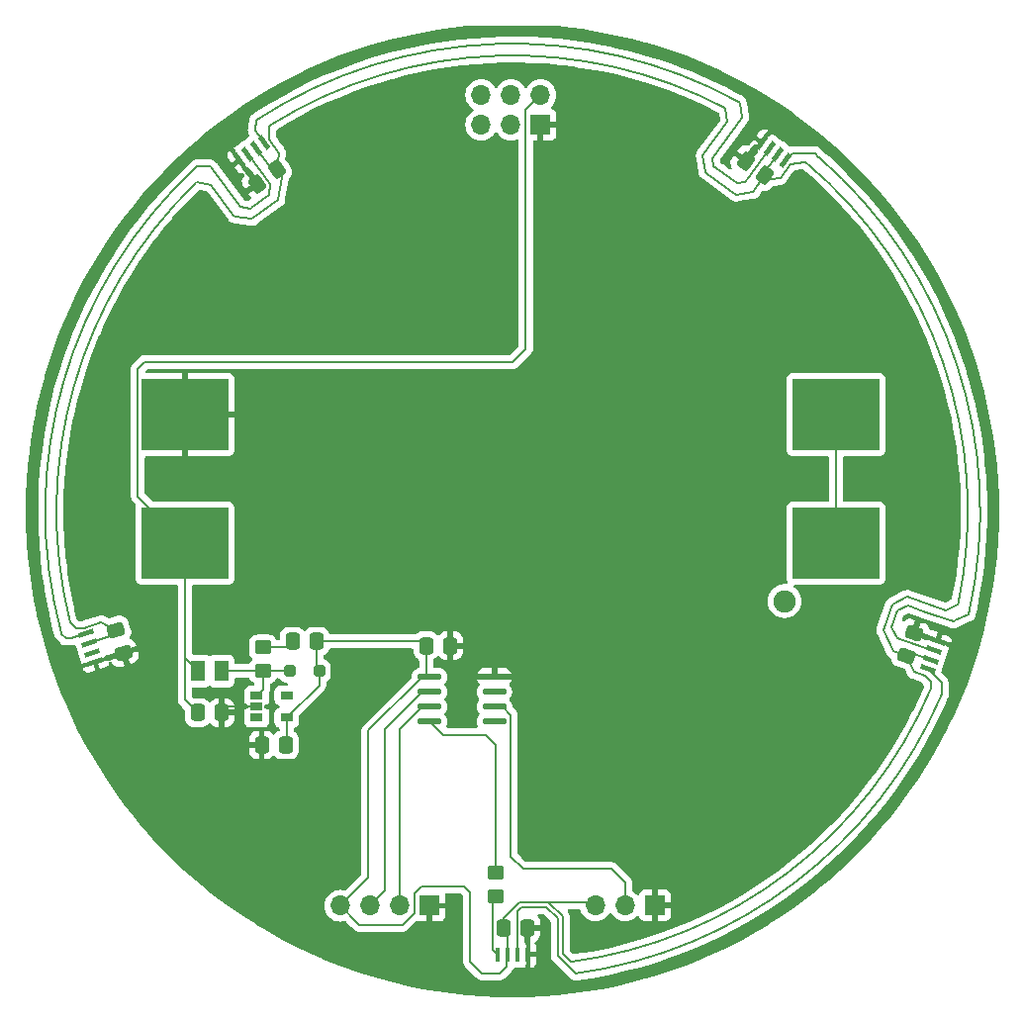
<source format=gbr>
%TF.GenerationSoftware,KiCad,Pcbnew,8.0.4*%
%TF.CreationDate,2024-08-27T18:10:03+01:00*%
%TF.ProjectId,PLAN Badge v4,504c414e-2042-4616-9467-652076342e6b,rev?*%
%TF.SameCoordinates,Original*%
%TF.FileFunction,Copper,L1,Top*%
%TF.FilePolarity,Positive*%
%FSLAX46Y46*%
G04 Gerber Fmt 4.6, Leading zero omitted, Abs format (unit mm)*
G04 Created by KiCad (PCBNEW 8.0.4) date 2024-08-27 18:10:03*
%MOMM*%
%LPD*%
G01*
G04 APERTURE LIST*
G04 Aperture macros list*
%AMRoundRect*
0 Rectangle with rounded corners*
0 $1 Rounding radius*
0 $2 $3 $4 $5 $6 $7 $8 $9 X,Y pos of 4 corners*
0 Add a 4 corners polygon primitive as box body*
4,1,4,$2,$3,$4,$5,$6,$7,$8,$9,$2,$3,0*
0 Add four circle primitives for the rounded corners*
1,1,$1+$1,$2,$3*
1,1,$1+$1,$4,$5*
1,1,$1+$1,$6,$7*
1,1,$1+$1,$8,$9*
0 Add four rect primitives between the rounded corners*
20,1,$1+$1,$2,$3,$4,$5,0*
20,1,$1+$1,$4,$5,$6,$7,0*
20,1,$1+$1,$6,$7,$8,$9,0*
20,1,$1+$1,$8,$9,$2,$3,0*%
%AMRotRect*
0 Rectangle, with rotation*
0 The origin of the aperture is its center*
0 $1 length*
0 $2 width*
0 $3 Rotation angle, in degrees counterclockwise*
0 Add horizontal line*
21,1,$1,$2,0,0,$3*%
G04 Aperture macros list end*
%TA.AperFunction,Conductor*%
%ADD10C,0.200000*%
%TD*%
%TA.AperFunction,SMDPad,CuDef*%
%ADD11RoundRect,0.250000X0.250000X0.250000X-0.250000X0.250000X-0.250000X-0.250000X0.250000X-0.250000X0*%
%TD*%
%TA.AperFunction,SMDPad,CuDef*%
%ADD12RotRect,0.420000X1.300000X108.000000*%
%TD*%
%TA.AperFunction,SMDPad,CuDef*%
%ADD13RotRect,0.420000X1.300000X288.000000*%
%TD*%
%TA.AperFunction,SMDPad,CuDef*%
%ADD14R,1.200000X1.800000*%
%TD*%
%TA.AperFunction,SMDPad,CuDef*%
%ADD15RoundRect,0.250000X-0.337500X-0.475000X0.337500X-0.475000X0.337500X0.475000X-0.337500X0.475000X0*%
%TD*%
%TA.AperFunction,SMDPad,CuDef*%
%ADD16R,0.420000X1.300000*%
%TD*%
%TA.AperFunction,SMDPad,CuDef*%
%ADD17RoundRect,0.250000X0.337500X0.475000X-0.337500X0.475000X-0.337500X-0.475000X0.337500X-0.475000X0*%
%TD*%
%TA.AperFunction,SMDPad,CuDef*%
%ADD18RoundRect,0.250000X-0.339242X0.473757X-0.559001X-0.164468X0.339242X-0.473757X0.559001X0.164468X0*%
%TD*%
%TA.AperFunction,ComponentPad*%
%ADD19C,1.900000*%
%TD*%
%TA.AperFunction,SMDPad,CuDef*%
%ADD20R,7.450000X6.100000*%
%TD*%
%TA.AperFunction,SMDPad,CuDef*%
%ADD21RoundRect,0.250000X0.006155X-0.582661X0.552241X-0.185906X-0.006155X0.582661X-0.552241X0.185906X0*%
%TD*%
%TA.AperFunction,SMDPad,CuDef*%
%ADD22RoundRect,0.250000X0.450000X-0.350000X0.450000X0.350000X-0.450000X0.350000X-0.450000X-0.350000X0*%
%TD*%
%TA.AperFunction,SMDPad,CuDef*%
%ADD23O,2.050000X0.590000*%
%TD*%
%TA.AperFunction,SMDPad,CuDef*%
%ADD24RotRect,0.420000X1.300000X324.000000*%
%TD*%
%TA.AperFunction,SMDPad,CuDef*%
%ADD25RotRect,0.420000X1.300000X144.000000*%
%TD*%
%TA.AperFunction,SMDPad,CuDef*%
%ADD26R,1.100000X0.700000*%
%TD*%
%TA.AperFunction,ComponentPad*%
%ADD27R,1.700000X1.700000*%
%TD*%
%TA.AperFunction,ComponentPad*%
%ADD28O,1.700000X1.700000*%
%TD*%
%TA.AperFunction,SMDPad,CuDef*%
%ADD29RotRect,0.420000X1.300000X36.000000*%
%TD*%
%TA.AperFunction,SMDPad,CuDef*%
%ADD30RotRect,0.420000X1.300000X216.000000*%
%TD*%
%TA.AperFunction,SMDPad,CuDef*%
%ADD31RotRect,0.420000X1.300000X251.000000*%
%TD*%
%TA.AperFunction,SMDPad,CuDef*%
%ADD32RotRect,0.420000X1.300000X71.000000*%
%TD*%
%TA.AperFunction,SMDPad,CuDef*%
%ADD33RoundRect,0.250000X-0.450000X0.350000X-0.450000X-0.350000X0.450000X-0.350000X0.450000X0.350000X0*%
%TD*%
%TA.AperFunction,SMDPad,CuDef*%
%ADD34RoundRect,0.250000X0.556045X-0.174199X0.347459X0.467765X-0.556045X0.174199X-0.347459X-0.467765X0*%
%TD*%
%TA.AperFunction,SMDPad,CuDef*%
%ADD35RoundRect,0.250000X-0.552241X-0.185906X-0.006155X-0.582661X0.552241X0.185906X0.006155X0.582661X0*%
%TD*%
G04 APERTURE END LIST*
D10*
%TO.N,/LD1-2*%
X176720053Y-115671221D02*
G75*
G02*
X145374706Y-139551814I-36745353J15719421D01*
G01*
%TO.N,+5V*%
X165032112Y-70093006D02*
G75*
G02*
X178124683Y-107951818I-25057412J-29858794D01*
G01*
X102130051Y-109492467D02*
G75*
G02*
X112899999Y-71899999I37864349J9491147D01*
G01*
%TO.N,/LD2-3*%
X166188793Y-69685552D02*
G75*
G02*
X179024690Y-108801813I-26214093J-30266248D01*
G01*
%TO.N,+5V*%
X119434506Y-66855612D02*
G75*
G02*
X158200000Y-65500000I20565494J-33144388D01*
G01*
%TO.N,/LD4-5*%
X101400001Y-110500000D02*
G75*
G02*
X112991898Y-70491148I38599999J10500000D01*
G01*
%TO.N,+5V*%
X175801675Y-115163268D02*
G75*
G02*
X144974709Y-138551813I-35826955J15211438D01*
G01*
%TO.N,/LD3-4*%
X118103418Y-66505229D02*
G75*
G02*
X159400000Y-65000000I21896582J-33494771D01*
G01*
%TD*%
D11*
%TO.P,D1,1,K*%
%TO.N,+5V*%
X123444701Y-113667800D03*
%TO.P,D1,2,A*%
%TO.N,/PSU2*%
X120944701Y-113667800D03*
%TD*%
D12*
%TO.P,LED3,1,DIN*%
%TO.N,/LD4-5*%
X103484105Y-110468683D03*
D13*
%TO.P,LED3,2,VDD*%
%TO.N,+5V*%
X103743680Y-111267571D03*
%TO.P,LED3,3,DOUT*%
%TO.N,unconnected-(LED3-DOUT-Pad3)*%
X104009434Y-112085479D03*
%TO.P,LED3,4,VSS*%
%TO.N,GND*%
X104269009Y-112884367D03*
%TD*%
D14*
%TO.P,L1,1,1*%
%TO.N,/+3V*%
X113066706Y-113667810D03*
%TO.P,L1,2,2*%
%TO.N,/PSU2*%
X115066706Y-113667810D03*
%TD*%
D15*
%TO.P,C3,1*%
%TO.N,/PSU1*%
X121157202Y-111127794D03*
%TO.P,C3,2*%
%TO.N,+5V*%
X123232202Y-111127794D03*
%TD*%
D16*
%TO.P,LED5,1,DIN*%
%TO.N,/LEDDATA2*%
X138746837Y-137933955D03*
%TO.P,LED5,2,VDD*%
%TO.N,+5V*%
X139586837Y-137933955D03*
%TO.P,LED5,3,DOUT*%
%TO.N,/LD1-2*%
X140446837Y-137933955D03*
%TO.P,LED5,4,VSS*%
%TO.N,GND*%
X141286837Y-137933955D03*
%TD*%
D17*
%TO.P,C6,1*%
%TO.N,GND*%
X134662197Y-111508804D03*
%TO.P,C6,2*%
%TO.N,+5V*%
X132587197Y-111508804D03*
%TD*%
D18*
%TO.P,C5,1*%
%TO.N,GND*%
X174371122Y-110411025D03*
%TO.P,C5,2*%
%TO.N,+5V*%
X173695568Y-112372977D03*
%TD*%
D19*
%TO.P,BT1,*%
%TO.N,*%
X163266843Y-107683826D03*
D20*
%TO.P,BT1,1,1*%
%TO.N,/+3V*%
X111946843Y-102733826D03*
%TO.P,BT1,2,2*%
%TO.N,/+1.5V*%
X167686843Y-102733826D03*
%TO.P,BT1,3,3*%
X167686843Y-91733826D03*
%TO.P,BT1,4,4*%
%TO.N,GND*%
X111946843Y-91733826D03*
%TD*%
D15*
%TO.P,C7,1*%
%TO.N,GND*%
X118525002Y-120000017D03*
%TO.P,C7,2*%
%TO.N,+5V*%
X120600002Y-120000017D03*
%TD*%
D21*
%TO.P,C1,1*%
%TO.N,GND*%
X118128799Y-71974982D03*
%TO.P,C1,2*%
%TO.N,+5V*%
X119807509Y-70755328D03*
%TD*%
D22*
%TO.P,R1,1*%
%TO.N,/PSU2*%
X118638691Y-113651814D03*
%TO.P,R1,2*%
%TO.N,/PSU1*%
X118638691Y-111651814D03*
%TD*%
D23*
%TO.P,U1,1,VDD*%
%TO.N,+5V*%
X132886705Y-114170819D03*
%TO.P,U1,2,PA6*%
%TO.N,/TX*%
X132886705Y-115450819D03*
%TO.P,U1,3,PA7*%
%TO.N,/RX*%
X132886705Y-116710819D03*
%TO.P,U1,4,PA1*%
%TO.N,LEDDATA*%
X132886705Y-117980819D03*
%TO.P,U1,5,PA2*%
%TO.N,unconnected-(U1-PA2-Pad5)*%
X138426705Y-117980819D03*
%TO.P,U1,6,PA0/~{RESET}/UPDI*%
%TO.N,/RST*%
X138426705Y-116710819D03*
%TO.P,U1,7,PA3/EXTCLK*%
%TO.N,unconnected-(U1-PA3{slash}EXTCLK-Pad7)*%
X138426705Y-115450819D03*
%TO.P,U1,8,GND*%
%TO.N,GND*%
X138426705Y-114170819D03*
%TD*%
D24*
%TO.P,LED2,1,DIN*%
%TO.N,/LD2-3*%
X163380199Y-69937569D03*
D25*
%TO.P,LED2,2,VDD*%
%TO.N,+5V*%
X162700624Y-69443830D03*
%TO.P,LED2,3,DOUT*%
%TO.N,/LD3-4*%
X162004870Y-68938334D03*
%TO.P,LED2,4,VSS*%
%TO.N,GND*%
X161325295Y-68444595D03*
%TD*%
D17*
%TO.P,C9,1*%
%TO.N,GND*%
X141286772Y-135653352D03*
%TO.P,C9,2*%
%TO.N,+5V*%
X139211772Y-135653352D03*
%TD*%
D26*
%TO.P,U2,1,SW*%
%TO.N,/PSU2*%
X118090712Y-115765799D03*
%TO.P,U2,2,GND*%
%TO.N,GND*%
X118090712Y-116715799D03*
%TO.P,U2,3,NC*%
%TO.N,unconnected-(U2-NC-Pad3)*%
X118090712Y-117665799D03*
%TO.P,U2,4,VOUT*%
%TO.N,+5V*%
X120670712Y-117665799D03*
%TO.P,U2,5,NC*%
%TO.N,unconnected-(U2-NC-Pad5)*%
X120670712Y-115765799D03*
%TD*%
D27*
%TO.P,J2,1,Pin_1*%
%TO.N,GND*%
X132862695Y-133759197D03*
D28*
%TO.P,J2,2,Pin_2*%
%TO.N,/RX*%
X130322695Y-133759197D03*
%TO.P,J2,3,Pin_3*%
%TO.N,/TX*%
X127782695Y-133759197D03*
%TO.P,J2,4,Pin_4*%
%TO.N,+5V*%
X125242695Y-133759197D03*
%TD*%
D29*
%TO.P,LED1,1,DIN*%
%TO.N,/LD3-4*%
X118708359Y-68444595D03*
D30*
%TO.P,LED1,2,VDD*%
%TO.N,+5V*%
X118028784Y-68938334D03*
%TO.P,LED1,3,DOUT*%
%TO.N,/LD4-5*%
X117333030Y-69443830D03*
%TO.P,LED1,4,VSS*%
%TO.N,GND*%
X116653455Y-69937569D03*
%TD*%
D15*
%TO.P,C8,1*%
%TO.N,/+3V*%
X113029203Y-117223794D03*
%TO.P,C8,2*%
%TO.N,GND*%
X115104203Y-117223794D03*
%TD*%
D31*
%TO.P,LED4,1,DIN*%
%TO.N,/LD1-2*%
X175533207Y-113506265D03*
D32*
%TO.P,LED4,2,VDD*%
%TO.N,+5V*%
X175806685Y-112712028D03*
%TO.P,LED4,3,DOUT*%
%TO.N,/LD2-3*%
X176086673Y-111898882D03*
%TO.P,LED4,4,VSS*%
%TO.N,GND*%
X176360151Y-111104645D03*
%TD*%
D33*
%TO.P,R2,1*%
%TO.N,LEDDATA*%
X138577705Y-130955803D03*
%TO.P,R2,2*%
%TO.N,/LEDDATA2*%
X138577705Y-132955803D03*
%TD*%
D34*
%TO.P,C4,1*%
%TO.N,GND*%
X106691357Y-112119910D03*
%TO.P,C4,2*%
%TO.N,+5V*%
X106050147Y-110146468D03*
%TD*%
D35*
%TO.P,C2,1*%
%TO.N,GND*%
X159940059Y-70014561D03*
%TO.P,C2,2*%
%TO.N,+5V*%
X161618769Y-71234215D03*
%TD*%
D27*
%TO.P,J1,1,Pin_1*%
%TO.N,GND*%
X152166695Y-133733812D03*
D28*
%TO.P,J1,2,Pin_2*%
%TO.N,/RST*%
X149626695Y-133733812D03*
%TO.P,J1,3,Pin_3*%
%TO.N,+5V*%
X147086695Y-133733812D03*
%TD*%
D27*
%TO.P,J3,1,Pin_1*%
%TO.N,GND*%
X142387707Y-66931817D03*
D28*
%TO.P,J3,2,Pin_2*%
%TO.N,/+3V*%
X142387707Y-64391817D03*
%TO.P,J3,3,Pin_3*%
%TO.N,unconnected-(J3-Pin_3-Pad3)*%
X139847707Y-66931817D03*
%TO.P,J3,4,Pin_4*%
%TO.N,unconnected-(J3-Pin_4-Pad4)*%
X139847707Y-64391817D03*
%TO.P,J3,5,Pin_5*%
%TO.N,unconnected-(J3-Pin_5-Pad5)*%
X137307707Y-66931817D03*
%TO.P,J3,6,Pin_6*%
%TO.N,unconnected-(J3-Pin_6-Pad6)*%
X137307707Y-64391817D03*
%TD*%
D10*
%TO.N,GND*%
X115612204Y-116715807D02*
X115104203Y-117223792D01*
X118090702Y-116715790D02*
X115612204Y-116715807D01*
%TO.N,/+3V*%
X141124692Y-65654822D02*
X142387698Y-64391808D01*
X107921812Y-98708823D02*
X107921830Y-87808688D01*
X111946813Y-102733821D02*
X111946826Y-112143794D01*
X107921830Y-87808688D02*
X108478710Y-87251796D01*
X111946831Y-116141415D02*
X113029193Y-117223796D01*
X111946826Y-112143794D02*
X111946831Y-116141415D01*
X139974710Y-87251816D02*
X141124689Y-86101817D01*
X111946826Y-112143794D02*
X111946826Y-112547920D01*
X111946813Y-102733821D02*
X107921812Y-98708823D01*
X111946826Y-112547920D02*
X113066694Y-113667799D01*
X108478710Y-87251796D02*
X139974710Y-87251816D01*
X141124689Y-86101817D02*
X141124692Y-65654822D01*
%TO.N,/PSU1*%
X118638696Y-111651809D02*
X120633200Y-111651814D01*
X120633200Y-111651814D02*
X121157183Y-111127805D01*
%TO.N,+5V*%
X126614337Y-135130819D02*
X126639692Y-135130790D01*
X130576704Y-135384814D02*
X131592716Y-134368810D01*
X132251703Y-114170812D02*
X127655702Y-118766813D01*
X162700609Y-69443819D02*
X161579579Y-70986796D01*
X120670707Y-117665791D02*
X123444689Y-114891800D01*
X163749315Y-70297184D02*
X164991944Y-70100379D01*
X136374709Y-132651796D02*
X136374690Y-138551799D01*
X172507939Y-107947188D02*
X173779031Y-107327245D01*
X135805701Y-132082828D02*
X136374709Y-132651796D01*
X159133608Y-72889631D02*
X156706569Y-71126275D01*
X161618771Y-71234224D02*
X162094066Y-71579537D01*
X172593288Y-111993422D02*
X171726587Y-110216442D01*
X138892688Y-139533833D02*
X139495696Y-138930805D01*
X162094066Y-71579537D02*
X162911719Y-71450039D01*
X103335536Y-109980696D02*
X102618280Y-109980696D01*
X127655702Y-131346207D02*
X125242705Y-133759207D01*
X173695560Y-112372972D02*
X174378747Y-113773696D01*
X131592705Y-132717801D02*
X132227697Y-132082799D01*
X163743197Y-70305582D02*
X163749315Y-70297184D01*
X158390393Y-66663738D02*
X158213418Y-65546312D01*
X143074705Y-133451807D02*
X146804705Y-133451805D01*
X175262046Y-114077842D02*
X175801678Y-114617470D01*
X139586835Y-137933949D02*
X139586835Y-136028430D01*
X140574710Y-133451803D02*
X143074705Y-133451807D01*
X156274365Y-69576203D02*
X158390393Y-66663738D01*
X156706569Y-71126275D02*
X156495601Y-70973000D01*
X126639692Y-135130790D02*
X126893715Y-135384826D01*
X116137086Y-74736568D02*
X114197379Y-72066830D01*
X134005695Y-132082816D02*
X135805701Y-132082828D01*
X173695560Y-112372972D02*
X172593288Y-111993422D01*
X139211764Y-134814745D02*
X140574710Y-133451803D01*
X103743692Y-111267564D02*
X105823178Y-110591899D01*
X123444689Y-114891800D02*
X123444707Y-113667805D01*
X132587199Y-111508821D02*
X132587199Y-113871308D01*
X118028790Y-68938343D02*
X119289265Y-70673243D01*
X162911719Y-71450039D02*
X163743197Y-70305582D01*
X116276749Y-74758698D02*
X116137086Y-74736568D01*
X117835368Y-74862368D02*
X117673550Y-74979918D01*
X144274707Y-134651818D02*
X144274716Y-137851821D01*
X171726587Y-110216442D02*
X172507939Y-107947188D01*
X120670726Y-117665796D02*
X120670725Y-120593281D01*
X139495696Y-138930805D02*
X139495712Y-138305828D01*
X126893715Y-135384826D02*
X130576704Y-135384814D01*
X139211771Y-135653341D02*
X139211764Y-134814745D01*
X119176632Y-68201961D02*
X119176632Y-67113486D01*
X143074705Y-133451807D02*
X144274707Y-134651818D01*
X175801678Y-114617470D02*
X175801675Y-115163268D01*
X119807503Y-70755328D02*
X120026616Y-69371881D01*
X131592716Y-134368810D02*
X131592705Y-132717801D01*
X127655702Y-118766813D02*
X127655702Y-131346207D01*
X137356722Y-139533830D02*
X138892688Y-139533833D01*
X176212254Y-112865667D02*
X174385040Y-112236523D01*
X160582799Y-72660097D02*
X159133608Y-72889631D01*
X119807503Y-70755328D02*
X120250645Y-71365260D01*
X102618280Y-109980696D02*
X102130051Y-109492467D01*
X114197379Y-72066830D02*
X112940258Y-71867696D01*
X119176632Y-67113486D02*
X119434506Y-66855612D01*
X104794447Y-109506673D02*
X103335536Y-109980696D01*
X120250645Y-71365260D02*
X119938797Y-73334128D01*
X161618771Y-71234224D02*
X160582799Y-72660097D01*
X123232216Y-113455316D02*
X123232209Y-111127802D01*
X120026616Y-69371881D02*
X119176632Y-68201961D01*
X106050135Y-110146483D02*
X104794447Y-109506673D01*
X174378747Y-113773696D02*
X175262046Y-114077842D01*
X177088355Y-108466733D02*
X178105204Y-107970774D01*
X132227697Y-132082799D02*
X134005695Y-132082816D01*
X136374690Y-138551799D02*
X137356722Y-139533830D01*
X125242705Y-133759207D02*
X126614337Y-135130819D01*
X144274716Y-137851821D02*
X144974695Y-138551806D01*
X156495601Y-70973000D02*
X156274365Y-69576203D01*
X123232209Y-111127802D02*
X132206199Y-111127808D01*
X173779031Y-107327245D02*
X177088355Y-108466733D01*
X132587199Y-113871308D02*
X132886703Y-114170812D01*
X119938797Y-73334128D02*
X117835368Y-74862368D01*
X117673550Y-74979918D02*
X116276749Y-74758698D01*
%TO.N,/RST*%
X140917358Y-130612460D02*
X139847702Y-129542814D01*
X149626715Y-133759210D02*
X149626722Y-131784909D01*
X139847694Y-117456799D02*
X139101723Y-116710828D01*
X149626722Y-131784909D02*
X148454292Y-130612460D01*
X148454292Y-130612460D02*
X140917358Y-130612460D01*
X139847702Y-129542814D02*
X139847694Y-117456799D01*
%TO.N,/TX*%
X129052698Y-118649809D02*
X129052698Y-132489214D01*
X132251697Y-115450810D02*
X129052698Y-118649809D01*
X129052698Y-132489214D02*
X127782712Y-133759195D01*
%TO.N,/RX*%
X132251714Y-116710817D02*
X130322693Y-118639838D01*
X130322693Y-118639838D02*
X130322693Y-133759183D01*
%TO.N,/PSU2*%
X118638699Y-113651805D02*
X115082721Y-113651819D01*
X118638699Y-113651805D02*
X118638692Y-115217798D01*
X118638692Y-115217798D02*
X118090705Y-115765795D01*
X120944709Y-113667793D02*
X118654707Y-113667806D01*
%TO.N,/LD1-2*%
X142874716Y-133851792D02*
X143874700Y-134851793D01*
X143874700Y-138017504D02*
X143874693Y-138051820D01*
X140657547Y-133934654D02*
X140740388Y-133851803D01*
X140399269Y-137886402D02*
X140399273Y-134192930D01*
X140399273Y-134192930D02*
X140657547Y-133934654D01*
X143874700Y-134851793D02*
X143874699Y-137651809D01*
X176720051Y-114693107D02*
X176720053Y-115671221D01*
X143874699Y-137651809D02*
X143874700Y-138017504D01*
X175533217Y-113506277D02*
X176720051Y-114693107D01*
X140740388Y-133851803D02*
X142874716Y-133851792D01*
X143874693Y-138051820D02*
X145374708Y-139551818D01*
%TO.N,/LEDDATA2*%
X138746818Y-137933967D02*
X138324274Y-137511423D01*
X138324274Y-137511423D02*
X138324274Y-133209234D01*
%TO.N,/LD2-3*%
X172456673Y-109939021D02*
X172945036Y-108520735D01*
X163380222Y-69937561D02*
X163965959Y-69351821D01*
X172897151Y-110842131D02*
X172456673Y-109939021D01*
X163965959Y-69351821D02*
X165855057Y-69351821D01*
X165855057Y-69351821D02*
X166188793Y-69685552D01*
X173834786Y-108086772D02*
X175158510Y-108542584D01*
X177838528Y-109359610D02*
X178982494Y-108801649D01*
X175158510Y-108542584D02*
X176104030Y-108868137D01*
X176104030Y-108868137D02*
X177711425Y-109421620D01*
X176036804Y-111923204D02*
X172897151Y-110842131D01*
X172945036Y-108520735D02*
X173834786Y-108086772D01*
X177711425Y-109421620D02*
X177838528Y-109359610D01*
%TO.N,/LD3-4*%
X117944490Y-67393168D02*
X118081969Y-66525142D01*
X157419479Y-70655390D02*
X157208543Y-70502132D01*
X159199332Y-71948530D02*
X157419479Y-70655390D01*
X118708373Y-68444568D02*
X117944490Y-67393168D01*
X157097922Y-69803734D02*
X159625389Y-66324939D01*
X159897724Y-71837928D02*
X159199332Y-71948530D01*
X160192177Y-71433323D02*
X160191622Y-71433414D01*
X162004873Y-68938334D02*
X160192177Y-71433323D01*
X159625389Y-66324939D02*
X159426277Y-65067829D01*
X157208543Y-70502132D02*
X157097922Y-69803734D01*
X160191622Y-71433414D02*
X159897724Y-71837928D01*
%TO.N,/LD4-5*%
X101400001Y-110500000D02*
X101780995Y-110880994D01*
X119119371Y-72940633D02*
X117607841Y-74038826D01*
X101780995Y-110880994D02*
X102215087Y-110880994D01*
X117393797Y-69453436D02*
X119263995Y-72027538D01*
X114278927Y-70647894D02*
X114122181Y-70491148D01*
X119263995Y-72027538D02*
X119119371Y-72940633D01*
X116688853Y-73964864D02*
X114278927Y-70647894D01*
X117607841Y-74038826D02*
X117526926Y-74097600D01*
X117526926Y-74097600D02*
X116688853Y-73964864D01*
X114122181Y-70491148D02*
X112991898Y-70491148D01*
X103484104Y-110468673D02*
X102215087Y-110880994D01*
%TO.N,LEDDATA*%
X134034693Y-119128809D02*
X137688696Y-119128811D01*
X137688696Y-119128811D02*
X138577697Y-120017790D01*
X138577716Y-130955807D02*
X138577697Y-120017790D01*
X134034693Y-119128809D02*
X132886705Y-117980821D01*
%TO.N,/+1.5V*%
X167686819Y-102733804D02*
X167686814Y-91733823D01*
%TD*%
%TA.AperFunction,Conductor*%
%TO.N,GND*%
G36*
X143541391Y-58452310D02*
G01*
X143550831Y-58452674D01*
X143816425Y-58473165D01*
X143820120Y-58473507D01*
X145091873Y-58611159D01*
X145095634Y-58611625D01*
X146019381Y-58740474D01*
X146362527Y-58788338D01*
X146366301Y-58788924D01*
X146670034Y-58840871D01*
X147627150Y-59004569D01*
X147630870Y-59005264D01*
X148884528Y-59259655D01*
X148888148Y-59260447D01*
X150133374Y-59553332D01*
X150137057Y-59554258D01*
X151372534Y-59885308D01*
X151372609Y-59885328D01*
X151376277Y-59886371D01*
X152601100Y-60255345D01*
X152604664Y-60256479D01*
X153748685Y-60639893D01*
X153817539Y-60662969D01*
X153821139Y-60664238D01*
X154105547Y-60769413D01*
X155020869Y-61107902D01*
X155024429Y-61109281D01*
X156209972Y-61589691D01*
X156213409Y-61591145D01*
X157383606Y-62107825D01*
X157387074Y-62109420D01*
X158540773Y-62661894D01*
X158544152Y-62663577D01*
X159680321Y-63251328D01*
X159683622Y-63253101D01*
X160336849Y-63616948D01*
X160801129Y-63875552D01*
X160804435Y-63877461D01*
X161902263Y-64534023D01*
X161905449Y-64535995D01*
X162982528Y-65226079D01*
X162985685Y-65228171D01*
X163994485Y-65919238D01*
X164041000Y-65951102D01*
X164044099Y-65953296D01*
X165076621Y-66708311D01*
X165079636Y-66710587D01*
X166088502Y-67497133D01*
X166091427Y-67499488D01*
X166941905Y-68205719D01*
X167075504Y-68316659D01*
X167078403Y-68319142D01*
X168024508Y-69155321D01*
X168036869Y-69166245D01*
X168039678Y-69168805D01*
X168850935Y-69931571D01*
X168971617Y-70045040D01*
X168974358Y-70047699D01*
X169878821Y-70952157D01*
X169881478Y-70954897D01*
X170757690Y-71886778D01*
X170760264Y-71889601D01*
X170988474Y-72147821D01*
X171607364Y-72848098D01*
X171609848Y-72850997D01*
X172427026Y-73835094D01*
X172429419Y-73838068D01*
X173215899Y-74846825D01*
X173218202Y-74849875D01*
X173973237Y-75882405D01*
X173975443Y-75885522D01*
X174698309Y-76940789D01*
X174700411Y-76943960D01*
X175390459Y-78021023D01*
X175390482Y-78021058D01*
X175392491Y-78024303D01*
X176049064Y-79122082D01*
X176050975Y-79125393D01*
X176459131Y-79858197D01*
X176673382Y-80242865D01*
X176675181Y-80246215D01*
X177262914Y-81382351D01*
X177264617Y-81385770D01*
X177817068Y-82539457D01*
X177818663Y-82542924D01*
X178335348Y-83713063D01*
X178336837Y-83716581D01*
X178817245Y-84902114D01*
X178818625Y-84905677D01*
X179262265Y-86105389D01*
X179263534Y-86108990D01*
X179670029Y-87321803D01*
X179671187Y-87325442D01*
X180040152Y-88550226D01*
X180041197Y-88553901D01*
X180372254Y-89789469D01*
X180373185Y-89793169D01*
X180666067Y-91038308D01*
X180666885Y-91042044D01*
X180921228Y-92295640D01*
X180921929Y-92299389D01*
X181137594Y-93560203D01*
X181138180Y-93563979D01*
X181314897Y-94830856D01*
X181315366Y-94834646D01*
X181452982Y-96106357D01*
X181453334Y-96110157D01*
X181551756Y-97385479D01*
X181551992Y-97389294D01*
X181611059Y-98667106D01*
X181611176Y-98670922D01*
X181621272Y-99326278D01*
X181626042Y-99635942D01*
X181630879Y-99949885D01*
X181630879Y-99953705D01*
X181611178Y-101232695D01*
X181611061Y-101236512D01*
X181551981Y-102514290D01*
X181551746Y-102518102D01*
X181453343Y-103793474D01*
X181452990Y-103797278D01*
X181315347Y-105068982D01*
X181314878Y-105072767D01*
X181138190Y-106339634D01*
X181137604Y-106343412D01*
X180921943Y-107604250D01*
X180921241Y-107608003D01*
X180666869Y-108861568D01*
X180666052Y-108865299D01*
X180373189Y-110110472D01*
X180372258Y-110114174D01*
X180041214Y-111349706D01*
X180040169Y-111353381D01*
X179671198Y-112578180D01*
X179670040Y-112581819D01*
X179263538Y-113794645D01*
X179262268Y-113798248D01*
X178818608Y-114997951D01*
X178817230Y-115001510D01*
X178336842Y-116187051D01*
X178335352Y-116190570D01*
X177818682Y-117360701D01*
X177817086Y-117364171D01*
X177264613Y-118517846D01*
X177262911Y-118521263D01*
X176675194Y-119657377D01*
X176673387Y-119660742D01*
X176050945Y-120778243D01*
X176049036Y-120781549D01*
X175392517Y-121879303D01*
X175390506Y-121882552D01*
X174700422Y-122959637D01*
X174698313Y-122962819D01*
X173975453Y-124018090D01*
X173973246Y-124021208D01*
X173218198Y-125053749D01*
X173215896Y-125056797D01*
X172429427Y-126065552D01*
X172427032Y-126068529D01*
X171609826Y-127052614D01*
X171607344Y-127055510D01*
X170760274Y-128013979D01*
X170757699Y-128016804D01*
X169881499Y-128948695D01*
X169878842Y-128951436D01*
X168974337Y-129855947D01*
X168971594Y-129858606D01*
X168039692Y-130734798D01*
X168036871Y-130737370D01*
X167078417Y-131584478D01*
X167075515Y-131586964D01*
X166091432Y-132404121D01*
X166088457Y-132406515D01*
X165079666Y-133192992D01*
X165076619Y-133195293D01*
X164044110Y-133950331D01*
X164040993Y-133952537D01*
X162985699Y-134675439D01*
X162982516Y-134677549D01*
X161905472Y-135367599D01*
X161902222Y-135369611D01*
X160804426Y-136026137D01*
X160801123Y-136028044D01*
X159683629Y-136650515D01*
X159680261Y-136652323D01*
X158544190Y-137240012D01*
X158540772Y-137241715D01*
X157387045Y-137794186D01*
X157383577Y-137795781D01*
X156213457Y-138312455D01*
X156209939Y-138313944D01*
X155024426Y-138794337D01*
X155020864Y-138795717D01*
X153821123Y-139239357D01*
X153817524Y-139240625D01*
X152604731Y-139647131D01*
X152601090Y-139648290D01*
X151376285Y-140017261D01*
X151372612Y-140018306D01*
X150137068Y-140349370D01*
X150133362Y-140350302D01*
X148888187Y-140643148D01*
X148884459Y-140643964D01*
X147630874Y-140898350D01*
X147627119Y-140899052D01*
X146366303Y-141114693D01*
X146362530Y-141115279D01*
X145095621Y-141292012D01*
X145091829Y-141292481D01*
X143820146Y-141430092D01*
X143816346Y-141430444D01*
X142541043Y-141528850D01*
X142537231Y-141529086D01*
X141259385Y-141588182D01*
X141255563Y-141588299D01*
X139976616Y-141607960D01*
X139972802Y-141607960D01*
X138693830Y-141588283D01*
X138690011Y-141588166D01*
X137412218Y-141529092D01*
X137408406Y-141528857D01*
X136133038Y-141430456D01*
X136129235Y-141430103D01*
X134857539Y-141292474D01*
X134853750Y-141292005D01*
X133586872Y-141115285D01*
X133583097Y-141114699D01*
X132322313Y-140899046D01*
X132318561Y-140898345D01*
X131064901Y-140643965D01*
X131061169Y-140643147D01*
X129816062Y-140350297D01*
X129812358Y-140349366D01*
X128576786Y-140018293D01*
X128573113Y-140017248D01*
X127348333Y-139648284D01*
X127344695Y-139647126D01*
X126131894Y-139240644D01*
X126128292Y-139239375D01*
X124928558Y-138795728D01*
X124924995Y-138794348D01*
X123830917Y-138351001D01*
X123739452Y-138313937D01*
X123735952Y-138312455D01*
X123283083Y-138112490D01*
X122565834Y-137795789D01*
X122562367Y-137794194D01*
X121408658Y-137241741D01*
X121405237Y-137240037D01*
X120269145Y-136652311D01*
X120265780Y-136650505D01*
X119148272Y-136028042D01*
X119144966Y-136026133D01*
X118746824Y-135788016D01*
X118047176Y-135369577D01*
X118043965Y-135367589D01*
X117378107Y-134940999D01*
X116966879Y-134677540D01*
X116963695Y-134675430D01*
X115908421Y-133952557D01*
X115905303Y-133950350D01*
X114872787Y-133195307D01*
X114869738Y-133193005D01*
X113860935Y-132406486D01*
X113857962Y-132404093D01*
X112873897Y-131586946D01*
X112870996Y-131584461D01*
X111912556Y-130737389D01*
X111909733Y-130734816D01*
X110977772Y-129858564D01*
X110975031Y-129855905D01*
X110070576Y-128951454D01*
X110067918Y-128948713D01*
X110067901Y-128948695D01*
X109191705Y-128016804D01*
X109189150Y-128014002D01*
X108342031Y-127055518D01*
X108339546Y-127052617D01*
X108087578Y-126749177D01*
X107522370Y-126068507D01*
X107520018Y-126065584D01*
X106733525Y-125056779D01*
X106731228Y-125053737D01*
X105976183Y-124021200D01*
X105973977Y-124018084D01*
X105452214Y-123256428D01*
X105251057Y-122962783D01*
X105248972Y-122959637D01*
X104558909Y-121882552D01*
X104556909Y-121879321D01*
X104556898Y-121879303D01*
X103900364Y-120781541D01*
X103898462Y-120778246D01*
X103757403Y-120525003D01*
X117437503Y-120525003D01*
X117447996Y-120627714D01*
X117503143Y-120794136D01*
X117503145Y-120794141D01*
X117595186Y-120943362D01*
X117719156Y-121067332D01*
X117868377Y-121159373D01*
X117868382Y-121159375D01*
X118034804Y-121214522D01*
X118034811Y-121214523D01*
X118137521Y-121225016D01*
X118275001Y-121225016D01*
X118275002Y-121225015D01*
X118275002Y-120250017D01*
X117437503Y-120250017D01*
X117437503Y-120525003D01*
X103757403Y-120525003D01*
X103275995Y-119660729D01*
X103274199Y-119657384D01*
X103274195Y-119657377D01*
X103179867Y-119475030D01*
X117437502Y-119475030D01*
X117437502Y-119750017D01*
X118275002Y-119750017D01*
X118275002Y-118775017D01*
X118137529Y-118775017D01*
X118137514Y-118775018D01*
X118034804Y-118785511D01*
X117868382Y-118840658D01*
X117868377Y-118840660D01*
X117719156Y-118932701D01*
X117595186Y-119056671D01*
X117503145Y-119205892D01*
X117503143Y-119205897D01*
X117447996Y-119372319D01*
X117447995Y-119372326D01*
X117437502Y-119475030D01*
X103179867Y-119475030D01*
X102686473Y-118521246D01*
X102684775Y-118517834D01*
X102132320Y-117364158D01*
X102130730Y-117360703D01*
X102112520Y-117319461D01*
X101694719Y-116373198D01*
X101614074Y-116190549D01*
X101612587Y-116187036D01*
X101419332Y-115710161D01*
X101132144Y-115001497D01*
X101130773Y-114997956D01*
X100687131Y-113798191D01*
X100685882Y-113794645D01*
X100566835Y-113439457D01*
X103240186Y-113439457D01*
X103254964Y-113484939D01*
X103254968Y-113484948D01*
X103279457Y-113539602D01*
X103368870Y-113652193D01*
X103368871Y-113652194D01*
X103486385Y-113735033D01*
X103486384Y-113735033D01*
X103622481Y-113781412D01*
X103766120Y-113787570D01*
X103766129Y-113787569D01*
X103824739Y-113775257D01*
X103824740Y-113775256D01*
X104288687Y-113624510D01*
X104288688Y-113624509D01*
X104134180Y-113148981D01*
X103240186Y-113439457D01*
X100566835Y-113439457D01*
X100279370Y-112581774D01*
X100278218Y-112578151D01*
X99909268Y-111353354D01*
X99908247Y-111349764D01*
X99577135Y-110114158D01*
X99576209Y-110110473D01*
X99573311Y-110098152D01*
X99294130Y-108911133D01*
X99283355Y-108865321D01*
X99282538Y-108861591D01*
X99173252Y-108323026D01*
X99028149Y-107607957D01*
X99027451Y-107604220D01*
X99023491Y-107581070D01*
X98811797Y-106343367D01*
X98811214Y-106339607D01*
X98806853Y-106308339D01*
X98634508Y-105072733D01*
X98634042Y-105068967D01*
X98496409Y-103797248D01*
X98496059Y-103793476D01*
X98415782Y-102753014D01*
X98397654Y-102518068D01*
X98397424Y-102514323D01*
X98338355Y-101236486D01*
X98338239Y-101232687D01*
X98336754Y-101136236D01*
X98323638Y-100284382D01*
X99393196Y-100284382D01*
X99420633Y-101519397D01*
X99485628Y-102753014D01*
X99588120Y-103984152D01*
X99728004Y-105211513D01*
X99905161Y-106434077D01*
X99955991Y-106722693D01*
X100119429Y-107650719D01*
X100346949Y-108746358D01*
X100370602Y-108860259D01*
X100658451Y-110061610D01*
X100820138Y-110656084D01*
X100820259Y-110656533D01*
X100840421Y-110731779D01*
X100840423Y-110731782D01*
X100840424Y-110731785D01*
X100844904Y-110739544D01*
X100877027Y-110795183D01*
X100878025Y-110796945D01*
X100910536Y-110855443D01*
X100912981Y-110858810D01*
X100919028Y-110868124D01*
X100919483Y-110868717D01*
X100966040Y-110915274D01*
X100969180Y-110918530D01*
X101009824Y-110962254D01*
X101015553Y-110967089D01*
X101015530Y-110967115D01*
X101028123Y-110977357D01*
X101296134Y-111245368D01*
X101296144Y-111245379D01*
X101300474Y-111249709D01*
X101300475Y-111249710D01*
X101412279Y-111361514D01*
X101499090Y-111411633D01*
X101499092Y-111411635D01*
X101534561Y-111432113D01*
X101549210Y-111440571D01*
X101701938Y-111481495D01*
X101701941Y-111481495D01*
X101867648Y-111481495D01*
X101867664Y-111481494D01*
X102138939Y-111481494D01*
X102164721Y-111484204D01*
X102167563Y-111484808D01*
X102224307Y-111481834D01*
X102227563Y-111481664D01*
X102234051Y-111481494D01*
X102294142Y-111481494D01*
X102294144Y-111481494D01*
X102296950Y-111480742D01*
X102322561Y-111476686D01*
X102325461Y-111476534D01*
X102328674Y-111475490D01*
X102382638Y-111457955D01*
X102388817Y-111456125D01*
X102446871Y-111440571D01*
X102446879Y-111440566D01*
X102449239Y-111439589D01*
X102451408Y-111439355D01*
X102454725Y-111438467D01*
X102454863Y-111438983D01*
X102518707Y-111432113D01*
X102581190Y-111463381D01*
X102614635Y-111515826D01*
X102723965Y-111852305D01*
X102729177Y-111868346D01*
X102753692Y-111923059D01*
X102791904Y-111971177D01*
X102799611Y-111980881D01*
X102825887Y-112045622D01*
X102826392Y-112063304D01*
X102823256Y-112136494D01*
X102823231Y-112137078D01*
X102827509Y-112157447D01*
X102835555Y-112195750D01*
X102835556Y-112195751D01*
X102989200Y-112668618D01*
X102994931Y-112686254D01*
X103019446Y-112740967D01*
X103019447Y-112740968D01*
X103019448Y-112740970D01*
X103059203Y-112791031D01*
X103085479Y-112855771D01*
X103085984Y-112873452D01*
X103083307Y-112935917D01*
X103095616Y-112994510D01*
X103110400Y-113040013D01*
X103174472Y-113019195D01*
X104533622Y-113019195D01*
X104688131Y-113494722D01*
X104688132Y-113494723D01*
X105152078Y-113343978D01*
X105152087Y-113343974D01*
X105206738Y-113319486D01*
X105319334Y-113230070D01*
X105402172Y-113112559D01*
X105451413Y-112968070D01*
X105453254Y-112968697D01*
X105479826Y-112916530D01*
X105540163Y-112881298D01*
X105609969Y-112884280D01*
X105667081Y-112924529D01*
X105683413Y-112951551D01*
X105687771Y-112961416D01*
X105687772Y-112961418D01*
X105791649Y-113102656D01*
X105925297Y-113216131D01*
X106081513Y-113295728D01*
X106251871Y-113337151D01*
X106427197Y-113338171D01*
X106528129Y-113316409D01*
X106528134Y-113316408D01*
X106789648Y-113231437D01*
X106789648Y-113231436D01*
X106530846Y-112434927D01*
X105599770Y-112737452D01*
X105558672Y-112780968D01*
X105490851Y-112797762D01*
X105437974Y-112782338D01*
X105394062Y-112783593D01*
X105352700Y-112763985D01*
X105342311Y-112756437D01*
X104533622Y-113019195D01*
X103174472Y-113019195D01*
X103285974Y-112982966D01*
X103355815Y-112980971D01*
X103362294Y-112982923D01*
X103362804Y-112983018D01*
X103362811Y-112983021D01*
X103506601Y-112989184D01*
X103565274Y-112976859D01*
X104892706Y-112545549D01*
X104947419Y-112521034D01*
X105060125Y-112431531D01*
X105060128Y-112431526D01*
X105066209Y-112425088D01*
X105067460Y-112426270D01*
X105113927Y-112389362D01*
X105122253Y-112386324D01*
X105297828Y-112329276D01*
X105300445Y-112324140D01*
X105341736Y-112280419D01*
X107006374Y-112280419D01*
X107265176Y-113076928D01*
X107526690Y-112991958D01*
X107621145Y-112950234D01*
X107762381Y-112846359D01*
X107875859Y-112712709D01*
X107955455Y-112556493D01*
X107996878Y-112386135D01*
X107996879Y-112386134D01*
X107997899Y-112210809D01*
X107976137Y-112109877D01*
X107976136Y-112109872D01*
X107933654Y-111979127D01*
X107006374Y-112280419D01*
X105341736Y-112280419D01*
X105348419Y-112273343D01*
X105416240Y-112256547D01*
X105441432Y-112263168D01*
X106588901Y-111890334D01*
X106588908Y-111890331D01*
X107779146Y-111503599D01*
X107736662Y-111372848D01*
X107694943Y-111278404D01*
X107694941Y-111278401D01*
X107591064Y-111137163D01*
X107457416Y-111023688D01*
X107301198Y-110944090D01*
X107297767Y-110943256D01*
X107295662Y-110942039D01*
X107294431Y-110941583D01*
X107294509Y-110941372D01*
X107237279Y-110908286D01*
X107205300Y-110846164D01*
X107211983Y-110776615D01*
X107232555Y-110742506D01*
X107235069Y-110739546D01*
X107314717Y-110583227D01*
X107356169Y-110412752D01*
X107357190Y-110237313D01*
X107335414Y-110136311D01*
X107160197Y-109597051D01*
X107095921Y-109399231D01*
X107095051Y-109397262D01*
X107054170Y-109304713D01*
X106950223Y-109163380D01*
X106816486Y-109049827D01*
X106816484Y-109049826D01*
X106816483Y-109049825D01*
X106660165Y-108970177D01*
X106489694Y-108928727D01*
X106384427Y-108928114D01*
X106314252Y-108927706D01*
X106314251Y-108927706D01*
X106314250Y-108927706D01*
X106213241Y-108949484D01*
X106213231Y-108949487D01*
X105535686Y-109169635D01*
X105465845Y-109171630D01*
X105441073Y-109162189D01*
X105133860Y-109005656D01*
X105064229Y-108970177D01*
X104996630Y-108935733D01*
X104996628Y-108935732D01*
X104996627Y-108935732D01*
X104841971Y-108902859D01*
X104841970Y-108902859D01*
X104834108Y-108903270D01*
X104684072Y-108911132D01*
X104684068Y-108911133D01*
X104529314Y-108961414D01*
X104529276Y-108961428D01*
X103259108Y-109374127D01*
X103220790Y-109380196D01*
X102918377Y-109380196D01*
X102851338Y-109360511D01*
X102830696Y-109343877D01*
X102700564Y-109213745D01*
X102667515Y-109154354D01*
X102664023Y-109139453D01*
X102516499Y-108509875D01*
X102442370Y-108193523D01*
X102441555Y-108189784D01*
X102387744Y-107923387D01*
X102207470Y-107030916D01*
X102206793Y-107027275D01*
X102008571Y-105861694D01*
X102007988Y-105857913D01*
X101899267Y-105072733D01*
X101845832Y-104686833D01*
X101845368Y-104683045D01*
X101750468Y-103797278D01*
X101719426Y-103507539D01*
X101719078Y-103503735D01*
X101662010Y-102753014D01*
X101629462Y-102324843D01*
X101629236Y-102321120D01*
X101576038Y-101140041D01*
X101575925Y-101136236D01*
X101568009Y-100576917D01*
X101559195Y-99954083D01*
X101559200Y-99950259D01*
X101574088Y-99059326D01*
X101578953Y-98768182D01*
X101579076Y-98764363D01*
X101585774Y-98623653D01*
X101635292Y-97583448D01*
X101635533Y-97579641D01*
X101728164Y-96400965D01*
X101728511Y-96397284D01*
X101857467Y-95222033D01*
X101857942Y-95218249D01*
X101868787Y-95141373D01*
X102023093Y-94047573D01*
X102023683Y-94043817D01*
X102141147Y-93363640D01*
X102224871Y-92878829D01*
X102225579Y-92875075D01*
X102344164Y-92295640D01*
X102462630Y-91716784D01*
X102463432Y-91713154D01*
X102736114Y-90562706D01*
X102737050Y-90559017D01*
X103045095Y-89417550D01*
X103046115Y-89413991D01*
X103389245Y-88282536D01*
X103390381Y-88278988D01*
X103768259Y-87158657D01*
X103769492Y-87155177D01*
X104181767Y-86047015D01*
X104183149Y-86043472D01*
X104629385Y-84948645D01*
X104630852Y-84945201D01*
X104641409Y-84921428D01*
X105044264Y-84014183D01*
X105110656Y-83864667D01*
X105112262Y-83861194D01*
X105625169Y-82795995D01*
X105626855Y-82792626D01*
X106172412Y-81743709D01*
X106174203Y-81740392D01*
X106751872Y-80708792D01*
X106753735Y-80705582D01*
X107362956Y-79692304D01*
X107364933Y-79689128D01*
X108005132Y-78695125D01*
X108007214Y-78691998D01*
X108677764Y-77718242D01*
X108679968Y-77715146D01*
X109380232Y-76762558D01*
X109382489Y-76759586D01*
X110111823Y-75829046D01*
X110114186Y-75826124D01*
X110871917Y-74918490D01*
X110874363Y-74915652D01*
X111659721Y-74031852D01*
X111662192Y-74029155D01*
X112474531Y-73169917D01*
X112477092Y-73167291D01*
X113096028Y-72551825D01*
X113157444Y-72518513D01*
X113202857Y-72517280D01*
X113807037Y-72612985D01*
X113870172Y-72642916D01*
X113887955Y-72662572D01*
X115648322Y-75085475D01*
X115648321Y-75085475D01*
X115648324Y-75085478D01*
X115691425Y-75144808D01*
X115697724Y-75153479D01*
X115697741Y-75153493D01*
X115697743Y-75153495D01*
X115739773Y-75187529D01*
X115752793Y-75198073D01*
X115752799Y-75198078D01*
X115820602Y-75252991D01*
X115820613Y-75252997D01*
X115820950Y-75253145D01*
X115902060Y-75289257D01*
X115964676Y-75317140D01*
X115965115Y-75317339D01*
X115965157Y-75317351D01*
X115966809Y-75317586D01*
X116056391Y-75331773D01*
X116056417Y-75331777D01*
X116056581Y-75331803D01*
X116096428Y-75338116D01*
X116096526Y-75338139D01*
X116104729Y-75339438D01*
X116104731Y-75339439D01*
X116183300Y-75351882D01*
X116260853Y-75364171D01*
X116260854Y-75364170D01*
X116269773Y-75365584D01*
X116269857Y-75365590D01*
X117567407Y-75571091D01*
X117657652Y-75585392D01*
X117657659Y-75585391D01*
X117657691Y-75585392D01*
X117657695Y-75585391D01*
X117657699Y-75585392D01*
X117721276Y-75578709D01*
X117721276Y-75578710D01*
X117721280Y-75578708D01*
X117811904Y-75569189D01*
X117814766Y-75568964D01*
X117814797Y-75568957D01*
X117816698Y-75568190D01*
X117846698Y-75556674D01*
X117877007Y-75545040D01*
X117877010Y-75545038D01*
X117961101Y-75512765D01*
X117962513Y-75512247D01*
X117962516Y-75512246D01*
X117963403Y-75511585D01*
X118023610Y-75467843D01*
X118117020Y-75399985D01*
X118117088Y-75399944D01*
X118124372Y-75394651D01*
X118124376Y-75394650D01*
X118183358Y-75351795D01*
X118183365Y-75351793D01*
X118183365Y-75351792D01*
X118259093Y-75296780D01*
X118259173Y-75296712D01*
X120286909Y-73823469D01*
X120347451Y-73779482D01*
X120350687Y-73777516D01*
X120353344Y-73775382D01*
X120355567Y-73773682D01*
X120356632Y-73772397D01*
X120362970Y-73764919D01*
X120364217Y-73762981D01*
X120397114Y-73722358D01*
X120455224Y-73650598D01*
X120486136Y-73581171D01*
X120519538Y-73506149D01*
X120521238Y-73495419D01*
X120548920Y-73320633D01*
X120548928Y-73320575D01*
X120552524Y-73297874D01*
X120826210Y-71569941D01*
X120856140Y-71506808D01*
X120865981Y-71496949D01*
X120918322Y-71450097D01*
X120918322Y-71450096D01*
X120918326Y-71450093D01*
X121020620Y-71307560D01*
X121087288Y-71145279D01*
X121087288Y-71145278D01*
X121087289Y-71145276D01*
X121114732Y-70972001D01*
X121114733Y-70971997D01*
X121101476Y-70797057D01*
X121048234Y-70629888D01*
X120996312Y-70540559D01*
X120945407Y-70470495D01*
X120814906Y-70290876D01*
X120577558Y-69964195D01*
X120554079Y-69898390D01*
X120555403Y-69871921D01*
X120612441Y-69511797D01*
X120630309Y-69398982D01*
X120632422Y-69390660D01*
X120631923Y-69383958D01*
X120631883Y-69383063D01*
X120631180Y-69379081D01*
X120624230Y-69312958D01*
X120624230Y-69312957D01*
X120617074Y-69244868D01*
X120616240Y-69236941D01*
X120616011Y-69232570D01*
X120615959Y-69232326D01*
X120615619Y-69230636D01*
X120558902Y-69082880D01*
X120558900Y-69082877D01*
X120558899Y-69082873D01*
X120522749Y-69033117D01*
X120471299Y-68962302D01*
X120471298Y-68962302D01*
X120406922Y-68873695D01*
X120034783Y-68361481D01*
X119800813Y-68039443D01*
X119777334Y-67973636D01*
X119777132Y-67966558D01*
X119777132Y-67420562D01*
X119796817Y-67353523D01*
X119837422Y-67314180D01*
X120788601Y-66744565D01*
X120791944Y-66742635D01*
X121846828Y-66155295D01*
X121850188Y-66153493D01*
X122923079Y-65599702D01*
X122926510Y-65597998D01*
X124016330Y-65078316D01*
X124019850Y-65076706D01*
X125125450Y-64591675D01*
X125129017Y-64590176D01*
X126249416Y-64140228D01*
X126253037Y-64138840D01*
X127387047Y-63724455D01*
X127390692Y-63723188D01*
X128537194Y-63344771D01*
X128540898Y-63343613D01*
X129698822Y-63001521D01*
X129702482Y-63000502D01*
X130870584Y-62695101D01*
X130874313Y-62694188D01*
X132051502Y-62425765D01*
X132055244Y-62424973D01*
X133240292Y-62193808D01*
X133244076Y-62193132D01*
X134435769Y-61999460D01*
X134439610Y-61998897D01*
X135636865Y-61842894D01*
X135640685Y-61842457D01*
X136842257Y-61724285D01*
X136846119Y-61723967D01*
X138050796Y-61643744D01*
X138054652Y-61643549D01*
X139261259Y-61601354D01*
X139265128Y-61601280D01*
X140472483Y-61597155D01*
X140476304Y-61597202D01*
X141683221Y-61631152D01*
X141687087Y-61631323D01*
X142892242Y-61703308D01*
X142896123Y-61703601D01*
X144098478Y-61813560D01*
X144102328Y-61813974D01*
X145300573Y-61961787D01*
X145304409Y-61962322D01*
X146497443Y-62147854D01*
X146501219Y-62148503D01*
X147687793Y-62371560D01*
X147691593Y-62372336D01*
X148870493Y-62632688D01*
X148874293Y-62633589D01*
X150044433Y-62930996D01*
X150048184Y-62932013D01*
X151208344Y-63266164D01*
X151212029Y-63267288D01*
X152361158Y-63637884D01*
X152364777Y-63639114D01*
X153501584Y-64045739D01*
X153505239Y-64047111D01*
X154591583Y-64474785D01*
X154628636Y-64489372D01*
X154632249Y-64490861D01*
X155741143Y-64968326D01*
X155744684Y-64969918D01*
X155976079Y-65078325D01*
X156837976Y-65482118D01*
X156841491Y-65483833D01*
X157099571Y-65614819D01*
X157604998Y-65871344D01*
X157655869Y-65919238D01*
X157671350Y-65962520D01*
X157750341Y-66461272D01*
X157741386Y-66530565D01*
X157728186Y-66553554D01*
X155837894Y-69155321D01*
X155837867Y-69155355D01*
X155742080Y-69287195D01*
X155712452Y-69364383D01*
X155712452Y-69364384D01*
X155685418Y-69434808D01*
X155668890Y-69592059D01*
X155668890Y-69592065D01*
X155695112Y-69757622D01*
X155695116Y-69757639D01*
X155889363Y-70984038D01*
X155889364Y-70984047D01*
X155914861Y-71145025D01*
X155941798Y-71205524D01*
X155941798Y-71205525D01*
X155953156Y-71231034D01*
X155976616Y-71283727D01*
X155979241Y-71289621D01*
X155980185Y-71291040D01*
X155980325Y-71291257D01*
X155983260Y-71294517D01*
X155992274Y-71305648D01*
X155992275Y-71305649D01*
X156078678Y-71412348D01*
X156216227Y-71512283D01*
X156216244Y-71512293D01*
X156326326Y-71592271D01*
X156326327Y-71592272D01*
X158710457Y-73324452D01*
X158710473Y-73324465D01*
X158716683Y-73328977D01*
X158716685Y-73328979D01*
X158844603Y-73421916D01*
X158936159Y-73457060D01*
X158986616Y-73476429D01*
X158991274Y-73478482D01*
X158992065Y-73478749D01*
X158993802Y-73479001D01*
X158998666Y-73479256D01*
X159020700Y-73481571D01*
X159075585Y-73487339D01*
X159075586Y-73487340D01*
X159090357Y-73488892D01*
X159136039Y-73493694D01*
X159138291Y-73494182D01*
X159148051Y-73494988D01*
X159150812Y-73495247D01*
X159152457Y-73495419D01*
X159160709Y-73493324D01*
X159239891Y-73480782D01*
X159305629Y-73470371D01*
X159305629Y-73470370D01*
X159325021Y-73467299D01*
X159325024Y-73467298D01*
X160569247Y-73270228D01*
X160569249Y-73270228D01*
X160598649Y-73265571D01*
X160598650Y-73265572D01*
X160644151Y-73258365D01*
X160745194Y-73242363D01*
X160749074Y-73242057D01*
X160751617Y-73241517D01*
X160754757Y-73240935D01*
X160757343Y-73239714D01*
X160832041Y-73206456D01*
X160832841Y-73206100D01*
X160889404Y-73180916D01*
X160892835Y-73179734D01*
X160896822Y-73177745D01*
X160901761Y-73175414D01*
X160906166Y-73173452D01*
X160914521Y-73164173D01*
X161022147Y-73077020D01*
X161115084Y-72949102D01*
X161115084Y-72949100D01*
X161126593Y-72933260D01*
X161126602Y-72933245D01*
X161361758Y-72609586D01*
X161417087Y-72566924D01*
X161471444Y-72558830D01*
X161643376Y-72571859D01*
X161643376Y-72571858D01*
X161643378Y-72571859D01*
X161741376Y-72556337D01*
X161816656Y-72544415D01*
X161816658Y-72544414D01*
X161816659Y-72544414D01*
X161978941Y-72477746D01*
X162121474Y-72375451D01*
X162190387Y-72298467D01*
X162263808Y-72197409D01*
X162319137Y-72154744D01*
X162344724Y-72147822D01*
X162919360Y-72056813D01*
X162919397Y-72056810D01*
X162927579Y-72055513D01*
X162927580Y-72055514D01*
X163028115Y-72039589D01*
X163082891Y-72030914D01*
X163083881Y-72030764D01*
X163083975Y-72030736D01*
X163086212Y-72029679D01*
X163163298Y-71995357D01*
X163222708Y-71968907D01*
X163227460Y-71967062D01*
X163228204Y-71966693D01*
X163229600Y-71965651D01*
X163233208Y-71962402D01*
X163299406Y-71908794D01*
X163346623Y-71870559D01*
X163350699Y-71867561D01*
X163352975Y-71864585D01*
X163355104Y-71861935D01*
X163357069Y-71858700D01*
X163408032Y-71788555D01*
X163444001Y-71739049D01*
X163444001Y-71739048D01*
X163452469Y-71727394D01*
X163452482Y-71727371D01*
X163613833Y-71505286D01*
X164058721Y-70892936D01*
X164114050Y-70850271D01*
X164139639Y-70843349D01*
X164794115Y-70739695D01*
X164863408Y-70748650D01*
X164894721Y-70768460D01*
X165268832Y-71092670D01*
X165517523Y-71308190D01*
X165565276Y-71349573D01*
X165568204Y-71352194D01*
X166302768Y-72030778D01*
X166460184Y-72176197D01*
X166463026Y-72178907D01*
X166499209Y-72214527D01*
X167328418Y-73030822D01*
X167331179Y-73033628D01*
X168169075Y-73912556D01*
X168171746Y-73915448D01*
X168981342Y-74820551D01*
X168983919Y-74823526D01*
X169764357Y-75753839D01*
X169766839Y-75756894D01*
X170517380Y-76711541D01*
X170519763Y-76714674D01*
X171239618Y-77692649D01*
X171241901Y-77695855D01*
X171930370Y-78696209D01*
X171932549Y-78699487D01*
X172588883Y-79721130D01*
X172590958Y-79724475D01*
X173214551Y-80766461D01*
X173216519Y-80769870D01*
X173806743Y-81831153D01*
X173808601Y-81834623D01*
X174364829Y-82914078D01*
X174366571Y-82917596D01*
X174769057Y-83763603D01*
X174888270Y-84014183D01*
X174889904Y-84017764D01*
X175376514Y-85130314D01*
X175378034Y-85133944D01*
X175829106Y-86261420D01*
X175830510Y-86265098D01*
X176245556Y-87406286D01*
X176246843Y-87410006D01*
X176625478Y-88563849D01*
X176626645Y-88567608D01*
X176968449Y-89732823D01*
X176969497Y-89736617D01*
X177274152Y-90912119D01*
X177275079Y-90915944D01*
X177542273Y-92100532D01*
X177543078Y-92104385D01*
X177772541Y-93296861D01*
X177773223Y-93300738D01*
X177964717Y-94499869D01*
X177965276Y-94503765D01*
X178118617Y-95708389D01*
X178119052Y-95712301D01*
X178234081Y-96921169D01*
X178234392Y-96925093D01*
X178310995Y-98137025D01*
X178311181Y-98140957D01*
X178349281Y-99354703D01*
X178349342Y-99358638D01*
X178348898Y-100572981D01*
X178348834Y-100576917D01*
X178309849Y-101790635D01*
X178309660Y-101794567D01*
X178232173Y-103006413D01*
X178231860Y-103010336D01*
X178115946Y-104219150D01*
X178115508Y-104223062D01*
X177961288Y-105427572D01*
X177960726Y-105431468D01*
X177768355Y-106630464D01*
X177767670Y-106634340D01*
X177601765Y-107493140D01*
X177569722Y-107555229D01*
X177534375Y-107581070D01*
X177094836Y-107795451D01*
X177025952Y-107807147D01*
X177000107Y-107801245D01*
X174049288Y-106785201D01*
X173899787Y-106733722D01*
X173742070Y-106722693D01*
X173742058Y-106722693D01*
X173742057Y-106722693D01*
X173742055Y-106722693D01*
X173586846Y-106752861D01*
X173586843Y-106752862D01*
X173448410Y-106820380D01*
X173448409Y-106820381D01*
X172322910Y-107369315D01*
X172322893Y-107369321D01*
X172249457Y-107405140D01*
X172249455Y-107405141D01*
X172173646Y-107442114D01*
X172173637Y-107442120D01*
X172173632Y-107442124D01*
X172127510Y-107482219D01*
X172127509Y-107482220D01*
X172054324Y-107545837D01*
X172054309Y-107545851D01*
X172054300Y-107545863D01*
X172054195Y-107546020D01*
X172038245Y-107569668D01*
X172038243Y-107569671D01*
X171965894Y-107676930D01*
X171914415Y-107826435D01*
X171914416Y-107826436D01*
X171184541Y-109946187D01*
X171184540Y-109946190D01*
X171133063Y-110095689D01*
X171133062Y-110095692D01*
X171126346Y-110191758D01*
X171123161Y-110237313D01*
X171122035Y-110253421D01*
X171127844Y-110283304D01*
X171152204Y-110408630D01*
X171152205Y-110408632D01*
X171218022Y-110543573D01*
X172023732Y-112195504D01*
X172023732Y-112195506D01*
X172023733Y-112195506D01*
X172088213Y-112327712D01*
X172088218Y-112327720D01*
X172088220Y-112327722D01*
X172090956Y-112330877D01*
X172091053Y-112330981D01*
X172129556Y-112375273D01*
X172129557Y-112375276D01*
X172189026Y-112443687D01*
X172192719Y-112448258D01*
X172193133Y-112448691D01*
X172200481Y-112452806D01*
X172268211Y-112498490D01*
X172320469Y-112533738D01*
X172325533Y-112537341D01*
X172325746Y-112537501D01*
X172328469Y-112539135D01*
X172333893Y-112542793D01*
X172378467Y-112596597D01*
X172385542Y-112618408D01*
X172423566Y-112787593D01*
X172423566Y-112787595D01*
X172423568Y-112787599D01*
X172500476Y-112945285D01*
X172611678Y-113080984D01*
X172751175Y-113187382D01*
X172813299Y-113216131D01*
X172843420Y-113230070D01*
X172844944Y-113230775D01*
X172844953Y-113230778D01*
X172844963Y-113230782D01*
X173518541Y-113462712D01*
X173575520Y-113503149D01*
X173589618Y-113525592D01*
X173804363Y-113965880D01*
X173804364Y-113965881D01*
X173852164Y-114063886D01*
X173873758Y-114108160D01*
X173874137Y-114108708D01*
X173876511Y-114111254D01*
X173977406Y-114227321D01*
X173977408Y-114227323D01*
X173977412Y-114227327D01*
X174053672Y-114278764D01*
X174098605Y-114309072D01*
X174101065Y-114311100D01*
X174106653Y-114314592D01*
X174108477Y-114315776D01*
X174110507Y-114316436D01*
X174267734Y-114370573D01*
X174267736Y-114370573D01*
X174908391Y-114591169D01*
X174955700Y-114620731D01*
X175010263Y-114675293D01*
X175123694Y-114788724D01*
X175164856Y-114829885D01*
X175198341Y-114891208D01*
X175201175Y-114917567D01*
X175201175Y-115010055D01*
X175190535Y-115060309D01*
X174760074Y-116031318D01*
X174758434Y-116034867D01*
X174235881Y-117119931D01*
X174234129Y-117123426D01*
X173677650Y-118191440D01*
X173675789Y-118194878D01*
X173085923Y-119244810D01*
X173083955Y-119248188D01*
X172461264Y-120279035D01*
X172459190Y-120282349D01*
X171804316Y-121293050D01*
X171802138Y-121296297D01*
X171115757Y-122285808D01*
X171113479Y-122288985D01*
X170396202Y-123256428D01*
X170393824Y-123259531D01*
X169646444Y-124203833D01*
X169643970Y-124206860D01*
X168867172Y-125127156D01*
X168864604Y-125130103D01*
X168059186Y-126025449D01*
X168056525Y-126028314D01*
X167223271Y-126897836D01*
X167220522Y-126900616D01*
X166360287Y-127743423D01*
X166357452Y-127746114D01*
X165471075Y-128561387D01*
X165468156Y-128563988D01*
X164556529Y-129350902D01*
X164553530Y-129353410D01*
X163617525Y-130111217D01*
X163614448Y-130113629D01*
X162655020Y-130841550D01*
X162651869Y-130843863D01*
X161669981Y-131541171D01*
X161666758Y-131543384D01*
X160663394Y-132209380D01*
X160660103Y-132211491D01*
X159636195Y-132845556D01*
X159632839Y-132847561D01*
X158589508Y-133449001D01*
X158586091Y-133450900D01*
X157524297Y-134019163D01*
X157520821Y-134020953D01*
X156441605Y-134555479D01*
X156438075Y-134557159D01*
X155342606Y-135057369D01*
X155339025Y-135058937D01*
X154228289Y-135524384D01*
X154224660Y-135525838D01*
X153099819Y-135956033D01*
X153096146Y-135957372D01*
X151958278Y-136351901D01*
X151954564Y-136353123D01*
X150804842Y-136711581D01*
X150801092Y-136712685D01*
X149640667Y-137034714D01*
X149636884Y-137035700D01*
X148466886Y-137320988D01*
X148463074Y-137321855D01*
X147284594Y-137570131D01*
X147280756Y-137570876D01*
X146095095Y-137781869D01*
X146091236Y-137782493D01*
X145247926Y-137905276D01*
X145178750Y-137895456D01*
X145142379Y-137870251D01*
X144911533Y-137639404D01*
X144878048Y-137578081D01*
X144875214Y-137551730D01*
X144875207Y-134673448D01*
X144875208Y-134572763D01*
X144874871Y-134571507D01*
X144841742Y-134447870D01*
X144834284Y-134420035D01*
X144834283Y-134420034D01*
X144834283Y-134420032D01*
X144755226Y-134283101D01*
X144736111Y-134263986D01*
X144702626Y-134202663D01*
X144707610Y-134132971D01*
X144749482Y-134077038D01*
X144814946Y-134052621D01*
X144823770Y-134052305D01*
X145678745Y-134052305D01*
X145745784Y-134071990D01*
X145791539Y-134124794D01*
X145798520Y-134144212D01*
X145812789Y-134197467D01*
X145812791Y-134197471D01*
X145812792Y-134197475D01*
X145852720Y-134283101D01*
X145912660Y-134411642D01*
X145912662Y-134411646D01*
X145941346Y-134452610D01*
X146048200Y-134605213D01*
X146215294Y-134772307D01*
X146251545Y-134797690D01*
X146408860Y-134907844D01*
X146408862Y-134907845D01*
X146408865Y-134907847D01*
X146623032Y-135007715D01*
X146851287Y-135068875D01*
X147022014Y-135083812D01*
X147086694Y-135089471D01*
X147086695Y-135089471D01*
X147086696Y-135089471D01*
X147151376Y-135083812D01*
X147322103Y-135068875D01*
X147550358Y-135007715D01*
X147764525Y-134907847D01*
X147958096Y-134772307D01*
X148125190Y-134605213D01*
X148255120Y-134419654D01*
X148309697Y-134376029D01*
X148379195Y-134368835D01*
X148441550Y-134400358D01*
X148458270Y-134419654D01*
X148588195Y-134605207D01*
X148588200Y-134605213D01*
X148755294Y-134772307D01*
X148791545Y-134797690D01*
X148948860Y-134907844D01*
X148948862Y-134907845D01*
X148948865Y-134907847D01*
X149163032Y-135007715D01*
X149391287Y-135068875D01*
X149562014Y-135083812D01*
X149626694Y-135089471D01*
X149626695Y-135089471D01*
X149626696Y-135089471D01*
X149691376Y-135083812D01*
X149862103Y-135068875D01*
X150090358Y-135007715D01*
X150304525Y-134907847D01*
X150498096Y-134772307D01*
X150620412Y-134649990D01*
X150681731Y-134616508D01*
X150751423Y-134621492D01*
X150807357Y-134663363D01*
X150824272Y-134694340D01*
X150873341Y-134825900D01*
X150873344Y-134825905D01*
X150959504Y-134940999D01*
X150959507Y-134941002D01*
X151074601Y-135027162D01*
X151074608Y-135027166D01*
X151209315Y-135077408D01*
X151209322Y-135077410D01*
X151268850Y-135083811D01*
X151268867Y-135083812D01*
X151916695Y-135083812D01*
X151916695Y-134166824D01*
X151973702Y-134199737D01*
X152100869Y-134233812D01*
X152232521Y-134233812D01*
X152359688Y-134199737D01*
X152416695Y-134166824D01*
X152416695Y-135083812D01*
X153064523Y-135083812D01*
X153064539Y-135083811D01*
X153124067Y-135077410D01*
X153124074Y-135077408D01*
X153258781Y-135027166D01*
X153258788Y-135027162D01*
X153373882Y-134941002D01*
X153373885Y-134940999D01*
X153460045Y-134825905D01*
X153460049Y-134825898D01*
X153510291Y-134691191D01*
X153510293Y-134691184D01*
X153516694Y-134631656D01*
X153516695Y-134631639D01*
X153516695Y-133983812D01*
X152599707Y-133983812D01*
X152632620Y-133926805D01*
X152666695Y-133799638D01*
X152666695Y-133667986D01*
X152632620Y-133540819D01*
X152599707Y-133483812D01*
X153516695Y-133483812D01*
X153516695Y-132835984D01*
X153516694Y-132835967D01*
X153510293Y-132776439D01*
X153510291Y-132776432D01*
X153460049Y-132641725D01*
X153460045Y-132641718D01*
X153373885Y-132526624D01*
X153373882Y-132526621D01*
X153258788Y-132440461D01*
X153258781Y-132440457D01*
X153124074Y-132390215D01*
X153124067Y-132390213D01*
X153064539Y-132383812D01*
X152416695Y-132383812D01*
X152416695Y-133300800D01*
X152359688Y-133267887D01*
X152232521Y-133233812D01*
X152100869Y-133233812D01*
X151973702Y-133267887D01*
X151916695Y-133300800D01*
X151916695Y-132383812D01*
X151268850Y-132383812D01*
X151209322Y-132390213D01*
X151209315Y-132390215D01*
X151074608Y-132440457D01*
X151074601Y-132440461D01*
X150959507Y-132526621D01*
X150959504Y-132526624D01*
X150873344Y-132641718D01*
X150873340Y-132641725D01*
X150824273Y-132773282D01*
X150782402Y-132829216D01*
X150716937Y-132853633D01*
X150648664Y-132838781D01*
X150620410Y-132817631D01*
X150576061Y-132773282D01*
X150498096Y-132695317D01*
X150498092Y-132695314D01*
X150498091Y-132695313D01*
X150304526Y-132559777D01*
X150304519Y-132559773D01*
X150298808Y-132557110D01*
X150246371Y-132510935D01*
X150227219Y-132444731D01*
X150227219Y-132359880D01*
X150227220Y-131888635D01*
X150227222Y-131888632D01*
X150227222Y-131826727D01*
X150227223Y-131705857D01*
X150186301Y-131553129D01*
X150186298Y-131553123D01*
X150180051Y-131542302D01*
X150107243Y-131416195D01*
X150046853Y-131355804D01*
X149995440Y-131304390D01*
X149995437Y-131304388D01*
X149225288Y-130534227D01*
X148941881Y-130250815D01*
X148941871Y-130250803D01*
X148823010Y-130131942D01*
X148823008Y-130131940D01*
X148791666Y-130113845D01*
X148733192Y-130080084D01*
X148733191Y-130080084D01*
X148686081Y-130052885D01*
X148686079Y-130052884D01*
X148686077Y-130052883D01*
X148660868Y-130046128D01*
X148635661Y-130039374D01*
X148635658Y-130039373D01*
X148533351Y-130011959D01*
X148367644Y-130011959D01*
X148367628Y-130011960D01*
X141217455Y-130011960D01*
X141150416Y-129992275D01*
X141129774Y-129975642D01*
X140776002Y-129621874D01*
X140484518Y-129330393D01*
X140451034Y-129269071D01*
X140448200Y-129242721D01*
X140448194Y-117377742D01*
X140411496Y-117240782D01*
X140411496Y-117240781D01*
X140407271Y-117225014D01*
X140360927Y-117144744D01*
X140360926Y-117144743D01*
X140347611Y-117121681D01*
X140328214Y-117088083D01*
X140216410Y-116976279D01*
X140216409Y-116976278D01*
X140212079Y-116971948D01*
X140212068Y-116971938D01*
X139988524Y-116748394D01*
X139955039Y-116687071D01*
X139952205Y-116660713D01*
X139952205Y-116632466D01*
X139921635Y-116478785D01*
X139921634Y-116478784D01*
X139921634Y-116478780D01*
X139877901Y-116373198D01*
X139861671Y-116334014D01*
X139861664Y-116334001D01*
X139774610Y-116203717D01*
X139774607Y-116203713D01*
X139739394Y-116168501D01*
X139705908Y-116107179D01*
X139710892Y-116037487D01*
X139739394Y-115993137D01*
X139774607Y-115957924D01*
X139774610Y-115957921D01*
X139861668Y-115827630D01*
X139921634Y-115682858D01*
X139941769Y-115581635D01*
X139952205Y-115529171D01*
X139952205Y-115372466D01*
X139921635Y-115218785D01*
X139921634Y-115218784D01*
X139921634Y-115218780D01*
X139921632Y-115218775D01*
X139861671Y-115074014D01*
X139861664Y-115074001D01*
X139774610Y-114943717D01*
X139774607Y-114943713D01*
X139729040Y-114898146D01*
X139695555Y-114836823D01*
X139700539Y-114767131D01*
X139729041Y-114722783D01*
X139774219Y-114677605D01*
X139774222Y-114677601D01*
X139861221Y-114547399D01*
X139861226Y-114547389D01*
X139913654Y-114420819D01*
X136939756Y-114420819D01*
X136992183Y-114547389D01*
X136992188Y-114547399D01*
X137079187Y-114677601D01*
X137079190Y-114677605D01*
X137124369Y-114722784D01*
X137157854Y-114784107D01*
X137152870Y-114853799D01*
X137124370Y-114898145D01*
X137078803Y-114943712D01*
X137078799Y-114943717D01*
X136991745Y-115074001D01*
X136991738Y-115074014D01*
X136931777Y-115218775D01*
X136931774Y-115218785D01*
X136901205Y-115372466D01*
X136901205Y-115372469D01*
X136901205Y-115529169D01*
X136901205Y-115529171D01*
X136901204Y-115529171D01*
X136931774Y-115682852D01*
X136931777Y-115682862D01*
X136991738Y-115827623D01*
X136991745Y-115827636D01*
X137078799Y-115957920D01*
X137078802Y-115957924D01*
X137114016Y-115993138D01*
X137147501Y-116054461D01*
X137142517Y-116124153D01*
X137114016Y-116168500D01*
X137078802Y-116203713D01*
X137078799Y-116203717D01*
X136991745Y-116334001D01*
X136991738Y-116334014D01*
X136931777Y-116478775D01*
X136931774Y-116478785D01*
X136901205Y-116632466D01*
X136901205Y-116632469D01*
X136901205Y-116789169D01*
X136901205Y-116789171D01*
X136901204Y-116789171D01*
X136931774Y-116942852D01*
X136931777Y-116942862D01*
X136991738Y-117087623D01*
X136991745Y-117087636D01*
X137078799Y-117217920D01*
X137078802Y-117217924D01*
X137119016Y-117258138D01*
X137152501Y-117319461D01*
X137147517Y-117389153D01*
X137119016Y-117433500D01*
X137078802Y-117473713D01*
X137078799Y-117473717D01*
X136991745Y-117604001D01*
X136991738Y-117604014D01*
X136931777Y-117748775D01*
X136931774Y-117748785D01*
X136901205Y-117902466D01*
X136901205Y-117902469D01*
X136901205Y-118059169D01*
X136901205Y-118059171D01*
X136901204Y-118059171D01*
X136931774Y-118212852D01*
X136931777Y-118212862D01*
X136991421Y-118356857D01*
X136998890Y-118426326D01*
X136967614Y-118488805D01*
X136907525Y-118524457D01*
X136876860Y-118528309D01*
X134436549Y-118528309D01*
X134369510Y-118508624D01*
X134323755Y-118455820D01*
X134313811Y-118386662D01*
X134321988Y-118356857D01*
X134381634Y-118212858D01*
X134391794Y-118161783D01*
X134412205Y-118059171D01*
X134412205Y-117902466D01*
X134381635Y-117748785D01*
X134381634Y-117748784D01*
X134381634Y-117748780D01*
X134381629Y-117748767D01*
X134321671Y-117604014D01*
X134321664Y-117604001D01*
X134234610Y-117473717D01*
X134234607Y-117473713D01*
X134194394Y-117433500D01*
X134160909Y-117372177D01*
X134165893Y-117302485D01*
X134194394Y-117258138D01*
X134234607Y-117217924D01*
X134234610Y-117217921D01*
X134321668Y-117087630D01*
X134381634Y-116942858D01*
X134395728Y-116872003D01*
X134412205Y-116789171D01*
X134412205Y-116632466D01*
X134381635Y-116478785D01*
X134381634Y-116478784D01*
X134381634Y-116478780D01*
X134337901Y-116373198D01*
X134321671Y-116334014D01*
X134321664Y-116334001D01*
X134234610Y-116203717D01*
X134234607Y-116203713D01*
X134199394Y-116168501D01*
X134165908Y-116107179D01*
X134170892Y-116037487D01*
X134199394Y-115993137D01*
X134234607Y-115957924D01*
X134234610Y-115957921D01*
X134321668Y-115827630D01*
X134381634Y-115682858D01*
X134401769Y-115581635D01*
X134412205Y-115529171D01*
X134412205Y-115372466D01*
X134381635Y-115218785D01*
X134381634Y-115218784D01*
X134381634Y-115218780D01*
X134381632Y-115218775D01*
X134321671Y-115074014D01*
X134321664Y-115074001D01*
X134234610Y-114943717D01*
X134234607Y-114943713D01*
X134189394Y-114898500D01*
X134155909Y-114837177D01*
X134160893Y-114767485D01*
X134189394Y-114723138D01*
X134234607Y-114677924D01*
X134234610Y-114677921D01*
X134321668Y-114547630D01*
X134321903Y-114547064D01*
X134353629Y-114470469D01*
X134381634Y-114402858D01*
X134397242Y-114324393D01*
X134412205Y-114249171D01*
X134412205Y-114092466D01*
X134381635Y-113938785D01*
X134381634Y-113938784D01*
X134381634Y-113938780D01*
X134381632Y-113938775D01*
X134374194Y-113920818D01*
X136939756Y-113920818D01*
X136939756Y-113920819D01*
X138176705Y-113920819D01*
X138676705Y-113920819D01*
X139913654Y-113920819D01*
X139913653Y-113920818D01*
X139861226Y-113794248D01*
X139861221Y-113794238D01*
X139774222Y-113664036D01*
X139774219Y-113664032D01*
X139663491Y-113553304D01*
X139663487Y-113553301D01*
X139533285Y-113466302D01*
X139533276Y-113466297D01*
X139388598Y-113406370D01*
X139388590Y-113406368D01*
X139235010Y-113375819D01*
X138676705Y-113375819D01*
X138676705Y-113920819D01*
X138176705Y-113920819D01*
X138176705Y-113375819D01*
X137618399Y-113375819D01*
X137464819Y-113406368D01*
X137464811Y-113406370D01*
X137320133Y-113466297D01*
X137320124Y-113466302D01*
X137189922Y-113553301D01*
X137189918Y-113553304D01*
X137079190Y-113664032D01*
X137079187Y-113664036D01*
X136992188Y-113794238D01*
X136992183Y-113794248D01*
X136939756Y-113920818D01*
X134374194Y-113920818D01*
X134321671Y-113794014D01*
X134321664Y-113794001D01*
X134234610Y-113663717D01*
X134234607Y-113663713D01*
X134123810Y-113552916D01*
X134123806Y-113552913D01*
X133993522Y-113465859D01*
X133993509Y-113465852D01*
X133848748Y-113405891D01*
X133848738Y-113405888D01*
X133695057Y-113375319D01*
X133695055Y-113375319D01*
X133311699Y-113375319D01*
X133244660Y-113355634D01*
X133198905Y-113302830D01*
X133187699Y-113251319D01*
X133187699Y-112772570D01*
X133207384Y-112705531D01*
X133246601Y-112667032D01*
X133393353Y-112576516D01*
X133517409Y-112452460D01*
X133519449Y-112449151D01*
X133521442Y-112447359D01*
X133521890Y-112446793D01*
X133521986Y-112446869D01*
X133571391Y-112402427D01*
X133640353Y-112391199D01*
X133704437Y-112419038D01*
X133730526Y-112449143D01*
X133732378Y-112452145D01*
X133732380Y-112452148D01*
X133856351Y-112576119D01*
X134005572Y-112668160D01*
X134005577Y-112668162D01*
X134171999Y-112723309D01*
X134172006Y-112723310D01*
X134274716Y-112733803D01*
X134412196Y-112733803D01*
X134912197Y-112733803D01*
X135049669Y-112733803D01*
X135049683Y-112733802D01*
X135152394Y-112723309D01*
X135318816Y-112668162D01*
X135318821Y-112668160D01*
X135468042Y-112576119D01*
X135592012Y-112452149D01*
X135684053Y-112302928D01*
X135684055Y-112302923D01*
X135739202Y-112136501D01*
X135739203Y-112136494D01*
X135749696Y-112033790D01*
X135749697Y-112033777D01*
X135749697Y-111758804D01*
X134912197Y-111758804D01*
X134912197Y-112733803D01*
X134412196Y-112733803D01*
X134412197Y-112733802D01*
X134412197Y-111258804D01*
X134912197Y-111258804D01*
X135749696Y-111258804D01*
X135749696Y-110983832D01*
X135749695Y-110983817D01*
X135739202Y-110881106D01*
X135684055Y-110714684D01*
X135684053Y-110714679D01*
X135592012Y-110565458D01*
X135468042Y-110441488D01*
X135318821Y-110349447D01*
X135318816Y-110349445D01*
X135152394Y-110294298D01*
X135152387Y-110294297D01*
X135049683Y-110283804D01*
X134912197Y-110283804D01*
X134912197Y-111258804D01*
X134412197Y-111258804D01*
X134412197Y-110283804D01*
X134274724Y-110283804D01*
X134274709Y-110283805D01*
X134171999Y-110294298D01*
X134005577Y-110349445D01*
X134005572Y-110349447D01*
X133856351Y-110441488D01*
X133732380Y-110565459D01*
X133732376Y-110565464D01*
X133730523Y-110568469D01*
X133728715Y-110570094D01*
X133727899Y-110571127D01*
X133727722Y-110570987D01*
X133678571Y-110615189D01*
X133609608Y-110626405D01*
X133545528Y-110598556D01*
X133519450Y-110568457D01*
X133519434Y-110568432D01*
X133517409Y-110565148D01*
X133393353Y-110441092D01*
X133244031Y-110348990D01*
X133077494Y-110293805D01*
X133077492Y-110293804D01*
X132974707Y-110283304D01*
X132199695Y-110283304D01*
X132199677Y-110283305D01*
X132096900Y-110293804D01*
X132096897Y-110293805D01*
X131930365Y-110348989D01*
X131930360Y-110348991D01*
X131838554Y-110405617D01*
X131781041Y-110441092D01*
X131781039Y-110441093D01*
X131781037Y-110441095D01*
X131731142Y-110490989D01*
X131669818Y-110524473D01*
X131643462Y-110527306D01*
X124408290Y-110527302D01*
X124341250Y-110507617D01*
X124295496Y-110454813D01*
X124290584Y-110442306D01*
X124280791Y-110412752D01*
X124254516Y-110333460D01*
X124162414Y-110184138D01*
X124038358Y-110060082D01*
X123934441Y-109995986D01*
X123889038Y-109967981D01*
X123889033Y-109967979D01*
X123868186Y-109961071D01*
X123722499Y-109912795D01*
X123722497Y-109912794D01*
X123619712Y-109902294D01*
X122844700Y-109902294D01*
X122844682Y-109902295D01*
X122741905Y-109912794D01*
X122741902Y-109912795D01*
X122575370Y-109967979D01*
X122575365Y-109967981D01*
X122426044Y-110060083D01*
X122301987Y-110184140D01*
X122300239Y-110186976D01*
X122298531Y-110188511D01*
X122297509Y-110189805D01*
X122297287Y-110189630D01*
X122248291Y-110233699D01*
X122179328Y-110244920D01*
X122115246Y-110217076D01*
X122089165Y-110186976D01*
X122087416Y-110184140D01*
X121963359Y-110060083D01*
X121963358Y-110060082D01*
X121859441Y-109995986D01*
X121814038Y-109967981D01*
X121814033Y-109967979D01*
X121793186Y-109961071D01*
X121647499Y-109912795D01*
X121647497Y-109912794D01*
X121544712Y-109902294D01*
X120769700Y-109902294D01*
X120769682Y-109902295D01*
X120666905Y-109912794D01*
X120666902Y-109912795D01*
X120500370Y-109967979D01*
X120500365Y-109967981D01*
X120351044Y-110060083D01*
X120226991Y-110184136D01*
X120134889Y-110333457D01*
X120134887Y-110333462D01*
X120124451Y-110364956D01*
X120079703Y-110499997D01*
X120079703Y-110499998D01*
X120079702Y-110499998D01*
X120069202Y-110602777D01*
X120069202Y-110927311D01*
X120049517Y-110994350D01*
X119996713Y-111040105D01*
X119945202Y-111051311D01*
X119884598Y-111051311D01*
X119817559Y-111031626D01*
X119779053Y-110987542D01*
X119777296Y-110988627D01*
X119768555Y-110974455D01*
X119681403Y-110833158D01*
X119557347Y-110709102D01*
X119408025Y-110617000D01*
X119241488Y-110561815D01*
X119241486Y-110561814D01*
X119138701Y-110551314D01*
X118138689Y-110551314D01*
X118138671Y-110551315D01*
X118035894Y-110561814D01*
X118035891Y-110561815D01*
X117869359Y-110616999D01*
X117869354Y-110617001D01*
X117720033Y-110709103D01*
X117595980Y-110833156D01*
X117503878Y-110982477D01*
X117503876Y-110982482D01*
X117487089Y-111033143D01*
X117448692Y-111149017D01*
X117448692Y-111149018D01*
X117448691Y-111149018D01*
X117438191Y-111251797D01*
X117438191Y-112051815D01*
X117438192Y-112051833D01*
X117448691Y-112154610D01*
X117448692Y-112154613D01*
X117503876Y-112321145D01*
X117503878Y-112321150D01*
X117507931Y-112327721D01*
X117593823Y-112466975D01*
X117595980Y-112470471D01*
X117689642Y-112564133D01*
X117723127Y-112625456D01*
X117718143Y-112695148D01*
X117689642Y-112739495D01*
X117595980Y-112833156D01*
X117583325Y-112853673D01*
X117506132Y-112978825D01*
X117500086Y-112988627D01*
X117498296Y-112987523D01*
X117458975Y-113032165D01*
X117392784Y-113051309D01*
X116291205Y-113051313D01*
X116224166Y-113031629D01*
X116178411Y-112978825D01*
X116167205Y-112927313D01*
X116167205Y-112719939D01*
X116167204Y-112719933D01*
X116163583Y-112686249D01*
X116160797Y-112660327D01*
X116154330Y-112642989D01*
X116110503Y-112525481D01*
X116110499Y-112525474D01*
X116024253Y-112410265D01*
X116024250Y-112410262D01*
X115909041Y-112324016D01*
X115909034Y-112324012D01*
X115774188Y-112273718D01*
X115774189Y-112273718D01*
X115714589Y-112267311D01*
X115714587Y-112267310D01*
X115714579Y-112267310D01*
X115714570Y-112267310D01*
X114418835Y-112267310D01*
X114418829Y-112267311D01*
X114359222Y-112273718D01*
X114224377Y-112324012D01*
X114224375Y-112324013D01*
X114155898Y-112375276D01*
X114141394Y-112386134D01*
X114141017Y-112386416D01*
X114075553Y-112410833D01*
X114007280Y-112395982D01*
X113992395Y-112386416D01*
X113992018Y-112386134D01*
X113948147Y-112353292D01*
X113909036Y-112324013D01*
X113909034Y-112324012D01*
X113774188Y-112273718D01*
X113774189Y-112273718D01*
X113714589Y-112267311D01*
X113714587Y-112267310D01*
X113714579Y-112267310D01*
X113714571Y-112267310D01*
X112671326Y-112267310D01*
X112604287Y-112247625D01*
X112558532Y-112194821D01*
X112547326Y-112143310D01*
X112547326Y-112040299D01*
X112547324Y-112040179D01*
X112547319Y-107683821D01*
X161811372Y-107683821D01*
X161811372Y-107683830D01*
X161815919Y-107738698D01*
X161816343Y-107748939D01*
X161816343Y-107797986D01*
X161820849Y-107826435D01*
X161825032Y-107852847D01*
X161825034Y-107852856D01*
X161826137Y-107862015D01*
X161831222Y-107923387D01*
X161831222Y-107923389D01*
X161843141Y-107970457D01*
X161845408Y-107981496D01*
X161852059Y-108023489D01*
X161871237Y-108082513D01*
X161873511Y-108090389D01*
X161890229Y-108156406D01*
X161890234Y-108156420D01*
X161907112Y-108194899D01*
X161911485Y-108206385D01*
X161922608Y-108240615D01*
X161922613Y-108240628D01*
X161953752Y-108301743D01*
X161956821Y-108308225D01*
X161986791Y-108376550D01*
X161986794Y-108376554D01*
X162006214Y-108406278D01*
X162012883Y-108417792D01*
X162026264Y-108444054D01*
X162026267Y-108444058D01*
X162026271Y-108444064D01*
X162070411Y-108504818D01*
X162073901Y-108509881D01*
X162118270Y-108577792D01*
X162118273Y-108577796D01*
X162137895Y-108599111D01*
X162146982Y-108610207D01*
X162160463Y-108628762D01*
X162218149Y-108686448D01*
X162221697Y-108690146D01*
X162281075Y-108754647D01*
X162281079Y-108754651D01*
X162298793Y-108768438D01*
X162310312Y-108778611D01*
X162321906Y-108790205D01*
X162393208Y-108842009D01*
X162396450Y-108844447D01*
X162470776Y-108902298D01*
X162484753Y-108909862D01*
X162484764Y-108909868D01*
X162498625Y-108918600D01*
X162506615Y-108924405D01*
X162590972Y-108967387D01*
X162593627Y-108968782D01*
X162682187Y-109016708D01*
X162691037Y-109019746D01*
X162691043Y-109019748D01*
X162707081Y-109026547D01*
X162710044Y-109028057D01*
X162806297Y-109059331D01*
X162808110Y-109059937D01*
X162909546Y-109094760D01*
X162912330Y-109095224D01*
X162922396Y-109097687D01*
X162922448Y-109097473D01*
X162927187Y-109098611D01*
X163033439Y-109115439D01*
X163034452Y-109115603D01*
X163146651Y-109134326D01*
X163146652Y-109134326D01*
X163387034Y-109134326D01*
X163387035Y-109134326D01*
X163499253Y-109115599D01*
X163500004Y-109115477D01*
X163606503Y-109098610D01*
X163606520Y-109098604D01*
X163611239Y-109097472D01*
X163611290Y-109097686D01*
X163621365Y-109095222D01*
X163624140Y-109094760D01*
X163725608Y-109059925D01*
X163727385Y-109059332D01*
X163823642Y-109028057D01*
X163826598Y-109026550D01*
X163842639Y-109019749D01*
X163851499Y-109016708D01*
X163940065Y-108968777D01*
X163942678Y-108967404D01*
X164027071Y-108924405D01*
X164035062Y-108918598D01*
X164048921Y-108909868D01*
X164062910Y-108902298D01*
X164137261Y-108844426D01*
X164140477Y-108842009D01*
X164211780Y-108790205D01*
X164223374Y-108778609D01*
X164234885Y-108768443D01*
X164252607Y-108754651D01*
X164311998Y-108690133D01*
X164315499Y-108686484D01*
X164373222Y-108628763D01*
X164386705Y-108610203D01*
X164395790Y-108599111D01*
X164415414Y-108577795D01*
X164459819Y-108509827D01*
X164463258Y-108504837D01*
X164507422Y-108444054D01*
X164520802Y-108417790D01*
X164527464Y-108406288D01*
X164546892Y-108376554D01*
X164576871Y-108308206D01*
X164579938Y-108301733D01*
X164611072Y-108240630D01*
X164611074Y-108240624D01*
X164622194Y-108206399D01*
X164626565Y-108194916D01*
X164643453Y-108156417D01*
X164660173Y-108090389D01*
X164662444Y-108082524D01*
X164669427Y-108061029D01*
X164681627Y-108023486D01*
X164688278Y-107981481D01*
X164690543Y-107970457D01*
X164702463Y-107923389D01*
X164707549Y-107861996D01*
X164708651Y-107852856D01*
X164717343Y-107797983D01*
X164717343Y-107748939D01*
X164717767Y-107738698D01*
X164722314Y-107683830D01*
X164722314Y-107683821D01*
X164717767Y-107628952D01*
X164717343Y-107618711D01*
X164717343Y-107569668D01*
X164708652Y-107514802D01*
X164707548Y-107505642D01*
X164707548Y-107505638D01*
X164702463Y-107444263D01*
X164690542Y-107397192D01*
X164688278Y-107386165D01*
X164688277Y-107386157D01*
X164681627Y-107344166D01*
X164662440Y-107285118D01*
X164660174Y-107277268D01*
X164643453Y-107211235D01*
X164626567Y-107172738D01*
X164622197Y-107161261D01*
X164611074Y-107127027D01*
X164579929Y-107065901D01*
X164576879Y-107059461D01*
X164546892Y-106991098D01*
X164540605Y-106981475D01*
X164527475Y-106961378D01*
X164520797Y-106949848D01*
X164507424Y-106923600D01*
X164507420Y-106923594D01*
X164463283Y-106862846D01*
X164459792Y-106857782D01*
X164415415Y-106789859D01*
X164415407Y-106789848D01*
X164395795Y-106768545D01*
X164386705Y-106757447D01*
X164373223Y-106738891D01*
X164373222Y-106738889D01*
X164315535Y-106681202D01*
X164311987Y-106677504D01*
X164252610Y-106613004D01*
X164252605Y-106612999D01*
X164234891Y-106599212D01*
X164223373Y-106589040D01*
X164211782Y-106577449D01*
X164211780Y-106577447D01*
X164205522Y-106572900D01*
X164140495Y-106525654D01*
X164137224Y-106523195D01*
X164115360Y-106506177D01*
X164074549Y-106449465D01*
X164070876Y-106379692D01*
X164105509Y-106319010D01*
X164167451Y-106286684D01*
X164191515Y-106284325D01*
X171459715Y-106284325D01*
X171519326Y-106277917D01*
X171654174Y-106227622D01*
X171769389Y-106141372D01*
X171855639Y-106026157D01*
X171905934Y-105891309D01*
X171912343Y-105831699D01*
X171912342Y-99635954D01*
X171905934Y-99576343D01*
X171876097Y-99496347D01*
X171855640Y-99441497D01*
X171855636Y-99441490D01*
X171769390Y-99326281D01*
X171769387Y-99326278D01*
X171654178Y-99240032D01*
X171654171Y-99240028D01*
X171519325Y-99189734D01*
X171519326Y-99189734D01*
X171459726Y-99183327D01*
X171459724Y-99183326D01*
X171459716Y-99183326D01*
X171459708Y-99183326D01*
X168411317Y-99183326D01*
X168344278Y-99163641D01*
X168298523Y-99110837D01*
X168287317Y-99059326D01*
X168287315Y-95408325D01*
X168307000Y-95341286D01*
X168359803Y-95295531D01*
X168411315Y-95284325D01*
X171459714Y-95284325D01*
X171459715Y-95284325D01*
X171519326Y-95277917D01*
X171654174Y-95227622D01*
X171769389Y-95141372D01*
X171855639Y-95026157D01*
X171905934Y-94891309D01*
X171912343Y-94831699D01*
X171912342Y-88635954D01*
X171905934Y-88576343D01*
X171855727Y-88441732D01*
X171855640Y-88441497D01*
X171855636Y-88441490D01*
X171769390Y-88326281D01*
X171769387Y-88326278D01*
X171654178Y-88240032D01*
X171654171Y-88240028D01*
X171519325Y-88189734D01*
X171519326Y-88189734D01*
X171459726Y-88183327D01*
X171459724Y-88183326D01*
X171459716Y-88183326D01*
X171459707Y-88183326D01*
X163913972Y-88183326D01*
X163913966Y-88183327D01*
X163854359Y-88189734D01*
X163719514Y-88240028D01*
X163719507Y-88240032D01*
X163604298Y-88326278D01*
X163604295Y-88326281D01*
X163518049Y-88441490D01*
X163518045Y-88441497D01*
X163467751Y-88576343D01*
X163461344Y-88635942D01*
X163461344Y-88635949D01*
X163461343Y-88635961D01*
X163461343Y-94831696D01*
X163461344Y-94831702D01*
X163467751Y-94891309D01*
X163518045Y-95026154D01*
X163518049Y-95026161D01*
X163604295Y-95141370D01*
X163604298Y-95141373D01*
X163719507Y-95227619D01*
X163719514Y-95227623D01*
X163854360Y-95277917D01*
X163854359Y-95277917D01*
X163861287Y-95278661D01*
X163913970Y-95284326D01*
X166962315Y-95284325D01*
X167029354Y-95304010D01*
X167075109Y-95356814D01*
X167086315Y-95408325D01*
X167086316Y-99059326D01*
X167066631Y-99126365D01*
X167013827Y-99172120D01*
X166962316Y-99183326D01*
X163913972Y-99183326D01*
X163913966Y-99183327D01*
X163854359Y-99189734D01*
X163719514Y-99240028D01*
X163719507Y-99240032D01*
X163604298Y-99326278D01*
X163604295Y-99326281D01*
X163518049Y-99441490D01*
X163518045Y-99441497D01*
X163467751Y-99576343D01*
X163461344Y-99635942D01*
X163461344Y-99635949D01*
X163461343Y-99635961D01*
X163461343Y-105831696D01*
X163461344Y-105831702D01*
X163467751Y-105891309D01*
X163518045Y-106026154D01*
X163518047Y-106026157D01*
X163528689Y-106040373D01*
X163553106Y-106105838D01*
X163538254Y-106174111D01*
X163488849Y-106223516D01*
X163420576Y-106238368D01*
X163409015Y-106236993D01*
X163387037Y-106233326D01*
X163387035Y-106233326D01*
X163146651Y-106233326D01*
X163146650Y-106233326D01*
X163034507Y-106252038D01*
X163033498Y-106252202D01*
X162927186Y-106269040D01*
X162922454Y-106270177D01*
X162922403Y-106269968D01*
X162912353Y-106272422D01*
X162909560Y-106272888D01*
X162909542Y-106272892D01*
X162808173Y-106307691D01*
X162806233Y-106308339D01*
X162710045Y-106339593D01*
X162710043Y-106339594D01*
X162707060Y-106341114D01*
X162691060Y-106347896D01*
X162682190Y-106350941D01*
X162682188Y-106350942D01*
X162593662Y-106398850D01*
X162590942Y-106400279D01*
X162506611Y-106443249D01*
X162506608Y-106443251D01*
X162498626Y-106449050D01*
X162484775Y-106457776D01*
X162470781Y-106465350D01*
X162470768Y-106465358D01*
X162396459Y-106523195D01*
X162393185Y-106525658D01*
X162321902Y-106577449D01*
X162310301Y-106589049D01*
X162298799Y-106599206D01*
X162281086Y-106612994D01*
X162281079Y-106613000D01*
X162221709Y-106677492D01*
X162218164Y-106681186D01*
X162160469Y-106738883D01*
X162160462Y-106738891D01*
X162146973Y-106757455D01*
X162137893Y-106768542D01*
X162118272Y-106789856D01*
X162073888Y-106857789D01*
X162070399Y-106862850D01*
X162026265Y-106923594D01*
X162012887Y-106949851D01*
X162006213Y-106961374D01*
X161986795Y-106991095D01*
X161986794Y-106991096D01*
X161956818Y-107059433D01*
X161953750Y-107065912D01*
X161922611Y-107127029D01*
X161922609Y-107127033D01*
X161911491Y-107161251D01*
X161907118Y-107172738D01*
X161890231Y-107211238D01*
X161873513Y-107277255D01*
X161871240Y-107285130D01*
X161852059Y-107344165D01*
X161845408Y-107386157D01*
X161843141Y-107397197D01*
X161831222Y-107444264D01*
X161826136Y-107505638D01*
X161825034Y-107514793D01*
X161816343Y-107569668D01*
X161816343Y-107618711D01*
X161815919Y-107628952D01*
X161811372Y-107683821D01*
X112547319Y-107683821D01*
X112547317Y-106408324D01*
X112567001Y-106341286D01*
X112619805Y-106295531D01*
X112671317Y-106284325D01*
X115719714Y-106284325D01*
X115719715Y-106284325D01*
X115779326Y-106277917D01*
X115914174Y-106227622D01*
X116029389Y-106141372D01*
X116115639Y-106026157D01*
X116165934Y-105891309D01*
X116172343Y-105831699D01*
X116172342Y-99635954D01*
X116165934Y-99576343D01*
X116136097Y-99496347D01*
X116115640Y-99441497D01*
X116115636Y-99441490D01*
X116029390Y-99326281D01*
X116029387Y-99326278D01*
X115914178Y-99240032D01*
X115914171Y-99240028D01*
X115779325Y-99189734D01*
X115779326Y-99189734D01*
X115719726Y-99183327D01*
X115719724Y-99183326D01*
X115719716Y-99183326D01*
X115719708Y-99183326D01*
X109296914Y-99183326D01*
X109229875Y-99163641D01*
X109209233Y-99147007D01*
X108558631Y-98496406D01*
X108525146Y-98435083D01*
X108522312Y-98408725D01*
X108522313Y-98140957D01*
X108522317Y-95407826D01*
X108542002Y-95340786D01*
X108594806Y-95295032D01*
X108646317Y-95283826D01*
X111696843Y-95283826D01*
X112196843Y-95283826D01*
X115719671Y-95283826D01*
X115719687Y-95283825D01*
X115779215Y-95277424D01*
X115779222Y-95277422D01*
X115913929Y-95227180D01*
X115913936Y-95227176D01*
X116029030Y-95141016D01*
X116029033Y-95141013D01*
X116115193Y-95025919D01*
X116115197Y-95025912D01*
X116165439Y-94891205D01*
X116165441Y-94891198D01*
X116171842Y-94831670D01*
X116171843Y-94831653D01*
X116171843Y-91983826D01*
X112196843Y-91983826D01*
X112196843Y-95283826D01*
X111696843Y-95283826D01*
X111696843Y-91483826D01*
X112196843Y-91483826D01*
X116171843Y-91483826D01*
X116171843Y-88635998D01*
X116171842Y-88635981D01*
X116165441Y-88576453D01*
X116165439Y-88576446D01*
X116115197Y-88441739D01*
X116115193Y-88441732D01*
X116029033Y-88326638D01*
X116029030Y-88326635D01*
X115913936Y-88240475D01*
X115913929Y-88240471D01*
X115779222Y-88190229D01*
X115779215Y-88190227D01*
X115719687Y-88183826D01*
X112196843Y-88183826D01*
X112196843Y-91483826D01*
X111696843Y-91483826D01*
X111696843Y-88183826D01*
X108695283Y-88183826D01*
X108628244Y-88164141D01*
X108582489Y-88111337D01*
X108572545Y-88042179D01*
X108601570Y-87978623D01*
X108607601Y-87972146D01*
X108691130Y-87888615D01*
X108752451Y-87855130D01*
X108778810Y-87852296D01*
X139883826Y-87852314D01*
X139883838Y-87852316D01*
X139895656Y-87852316D01*
X139895658Y-87852317D01*
X140053773Y-87852316D01*
X140176542Y-87819418D01*
X140202650Y-87812423D01*
X140206116Y-87811612D01*
X140206498Y-87811391D01*
X140206500Y-87811391D01*
X140270048Y-87774700D01*
X140343426Y-87732336D01*
X140455230Y-87620532D01*
X140455230Y-87620530D01*
X140464126Y-87611635D01*
X140464135Y-87611623D01*
X141545126Y-86530615D01*
X141545127Y-86530615D01*
X141603917Y-86471825D01*
X141605232Y-86470547D01*
X141606198Y-86468932D01*
X141610303Y-86462288D01*
X141611479Y-86459672D01*
X141684268Y-86333597D01*
X141725190Y-86180869D01*
X141725189Y-86022754D01*
X141725189Y-81740367D01*
X141725191Y-68405817D01*
X141744876Y-68338778D01*
X141797680Y-68293023D01*
X141849191Y-68281817D01*
X142137707Y-68281817D01*
X142137707Y-67364829D01*
X142194714Y-67397742D01*
X142321881Y-67431817D01*
X142453533Y-67431817D01*
X142580700Y-67397742D01*
X142637707Y-67364829D01*
X142637707Y-68281817D01*
X143285535Y-68281817D01*
X143285551Y-68281816D01*
X143345079Y-68275415D01*
X143345086Y-68275413D01*
X143479793Y-68225171D01*
X143479800Y-68225167D01*
X143594894Y-68139007D01*
X143594897Y-68139004D01*
X143681057Y-68023910D01*
X143681061Y-68023903D01*
X143731303Y-67889196D01*
X143731305Y-67889189D01*
X143737706Y-67829661D01*
X143737707Y-67829644D01*
X143737707Y-67181817D01*
X142820719Y-67181817D01*
X142853632Y-67124810D01*
X142887707Y-66997643D01*
X142887707Y-66865991D01*
X142853632Y-66738824D01*
X142820719Y-66681817D01*
X143737707Y-66681817D01*
X143737707Y-66033989D01*
X143737706Y-66033972D01*
X143731305Y-65974444D01*
X143731303Y-65974437D01*
X143681061Y-65839730D01*
X143681057Y-65839723D01*
X143594897Y-65724629D01*
X143594894Y-65724626D01*
X143479800Y-65638466D01*
X143479795Y-65638463D01*
X143348235Y-65589394D01*
X143292302Y-65547522D01*
X143267885Y-65482058D01*
X143282737Y-65413785D01*
X143303882Y-65385537D01*
X143426202Y-65263218D01*
X143561742Y-65069647D01*
X143661610Y-64855480D01*
X143722770Y-64627225D01*
X143743366Y-64391817D01*
X143722770Y-64156409D01*
X143661610Y-63928154D01*
X143561742Y-63713988D01*
X143556132Y-63705975D01*
X143426201Y-63520414D01*
X143259109Y-63353323D01*
X143259102Y-63353318D01*
X143065541Y-63217784D01*
X143065537Y-63217782D01*
X143065535Y-63217781D01*
X142851370Y-63117914D01*
X142851366Y-63117913D01*
X142851362Y-63117911D01*
X142623120Y-63056755D01*
X142623110Y-63056753D01*
X142387708Y-63036158D01*
X142387706Y-63036158D01*
X142152303Y-63056753D01*
X142152293Y-63056755D01*
X141924051Y-63117911D01*
X141924042Y-63117915D01*
X141709878Y-63217781D01*
X141709876Y-63217782D01*
X141516304Y-63353322D01*
X141349212Y-63520414D01*
X141219282Y-63705975D01*
X141164705Y-63749600D01*
X141095207Y-63756794D01*
X141032852Y-63725271D01*
X141016132Y-63705975D01*
X140886201Y-63520414D01*
X140719109Y-63353323D01*
X140719102Y-63353318D01*
X140525541Y-63217784D01*
X140525537Y-63217782D01*
X140525535Y-63217781D01*
X140311370Y-63117914D01*
X140311366Y-63117913D01*
X140311362Y-63117911D01*
X140083120Y-63056755D01*
X140083110Y-63056753D01*
X139847708Y-63036158D01*
X139847706Y-63036158D01*
X139612303Y-63056753D01*
X139612293Y-63056755D01*
X139384051Y-63117911D01*
X139384042Y-63117915D01*
X139169878Y-63217781D01*
X139169876Y-63217782D01*
X138976304Y-63353322D01*
X138809212Y-63520414D01*
X138679282Y-63705975D01*
X138624705Y-63749600D01*
X138555207Y-63756794D01*
X138492852Y-63725271D01*
X138476132Y-63705975D01*
X138346201Y-63520414D01*
X138179109Y-63353323D01*
X138179102Y-63353318D01*
X137985541Y-63217784D01*
X137985537Y-63217782D01*
X137985535Y-63217781D01*
X137771370Y-63117914D01*
X137771366Y-63117913D01*
X137771362Y-63117911D01*
X137543120Y-63056755D01*
X137543110Y-63056753D01*
X137307708Y-63036158D01*
X137307706Y-63036158D01*
X137072303Y-63056753D01*
X137072293Y-63056755D01*
X136844051Y-63117911D01*
X136844042Y-63117915D01*
X136629878Y-63217781D01*
X136629876Y-63217782D01*
X136436304Y-63353322D01*
X136269212Y-63520414D01*
X136133672Y-63713986D01*
X136133671Y-63713988D01*
X136033805Y-63928152D01*
X136033801Y-63928161D01*
X135972645Y-64156403D01*
X135972643Y-64156413D01*
X135952048Y-64391816D01*
X135952048Y-64391817D01*
X135972643Y-64627220D01*
X135972645Y-64627230D01*
X136033801Y-64855472D01*
X136033803Y-64855476D01*
X136033804Y-64855480D01*
X136113711Y-65026840D01*
X136133672Y-65069647D01*
X136133674Y-65069651D01*
X136139748Y-65078325D01*
X136269208Y-65263213D01*
X136269213Y-65263219D01*
X136436304Y-65430310D01*
X136436310Y-65430315D01*
X136621865Y-65560242D01*
X136665490Y-65614819D01*
X136672684Y-65684317D01*
X136641161Y-65746672D01*
X136621865Y-65763392D01*
X136436304Y-65893322D01*
X136269212Y-66060414D01*
X136133672Y-66253986D01*
X136133671Y-66253988D01*
X136033805Y-66468152D01*
X136033801Y-66468161D01*
X135972645Y-66696403D01*
X135972643Y-66696413D01*
X135952048Y-66931816D01*
X135952048Y-66931817D01*
X135972643Y-67167220D01*
X135972645Y-67167230D01*
X136033801Y-67395472D01*
X136033803Y-67395476D01*
X136033804Y-67395480D01*
X136081199Y-67497119D01*
X136133672Y-67609647D01*
X136133674Y-67609651D01*
X136237589Y-67758056D01*
X136269212Y-67803218D01*
X136436306Y-67970312D01*
X136512842Y-68023903D01*
X136629872Y-68105849D01*
X136629874Y-68105850D01*
X136629877Y-68105852D01*
X136844044Y-68205720D01*
X137072299Y-68266880D01*
X137243026Y-68281817D01*
X137307706Y-68287476D01*
X137307707Y-68287476D01*
X137307708Y-68287476D01*
X137372388Y-68281817D01*
X137543115Y-68266880D01*
X137771370Y-68205720D01*
X137985537Y-68105852D01*
X138179108Y-67970312D01*
X138346202Y-67803218D01*
X138476132Y-67617659D01*
X138530709Y-67574034D01*
X138600207Y-67566840D01*
X138662562Y-67598363D01*
X138679282Y-67617659D01*
X138809207Y-67803212D01*
X138809212Y-67803218D01*
X138976306Y-67970312D01*
X139052842Y-68023903D01*
X139169872Y-68105849D01*
X139169874Y-68105850D01*
X139169877Y-68105852D01*
X139384044Y-68205720D01*
X139612299Y-68266880D01*
X139783026Y-68281817D01*
X139847706Y-68287476D01*
X139847707Y-68287476D01*
X139847708Y-68287476D01*
X139912388Y-68281817D01*
X140083115Y-68266880D01*
X140311370Y-68205720D01*
X140347786Y-68188738D01*
X140416860Y-68178246D01*
X140480644Y-68206764D01*
X140518885Y-68265239D01*
X140524190Y-68301120D01*
X140524189Y-85801721D01*
X140504504Y-85868760D01*
X140487871Y-85889402D01*
X139762289Y-86614995D01*
X139700966Y-86648480D01*
X139674607Y-86651314D01*
X108566415Y-86651296D01*
X108566386Y-86651294D01*
X108557761Y-86651294D01*
X108549984Y-86651294D01*
X108399646Y-86651295D01*
X108399644Y-86651296D01*
X108341207Y-86666955D01*
X108311988Y-86674785D01*
X108277780Y-86683951D01*
X108246931Y-86692217D01*
X108246917Y-86692222D01*
X108246327Y-86692458D01*
X108243734Y-86694060D01*
X108221137Y-86707107D01*
X108206633Y-86715481D01*
X108158313Y-86743378D01*
X108109993Y-86771276D01*
X108109991Y-86771277D01*
X108109988Y-86771281D01*
X108065409Y-86815858D01*
X108065410Y-86815859D01*
X107998190Y-86883080D01*
X107998189Y-86883080D01*
X107998187Y-86883081D01*
X107998188Y-86883082D01*
X107998187Y-86883083D01*
X107550435Y-87330847D01*
X107496359Y-87384923D01*
X107441309Y-87439972D01*
X107440325Y-87441565D01*
X107439447Y-87443197D01*
X107420126Y-87476664D01*
X107420124Y-87476667D01*
X107362254Y-87576900D01*
X107362253Y-87576903D01*
X107321329Y-87729634D01*
X107321330Y-87811374D01*
X107321330Y-87811375D01*
X107321312Y-98623631D01*
X107321311Y-98623653D01*
X107321311Y-98629766D01*
X107321311Y-98787881D01*
X107348593Y-98889699D01*
X107362235Y-98940609D01*
X107362236Y-98940610D01*
X107397653Y-99001954D01*
X107441290Y-99077536D01*
X107441292Y-99077539D01*
X107560160Y-99196407D01*
X107560166Y-99196412D01*
X107729087Y-99365333D01*
X107762572Y-99426656D01*
X107757588Y-99496347D01*
X107727751Y-99576343D01*
X107721344Y-99635942D01*
X107721344Y-99635949D01*
X107721343Y-99635961D01*
X107721343Y-105831696D01*
X107721344Y-105831702D01*
X107727751Y-105891309D01*
X107778045Y-106026154D01*
X107778049Y-106026161D01*
X107864295Y-106141370D01*
X107864298Y-106141373D01*
X107979507Y-106227619D01*
X107979514Y-106227623D01*
X108114360Y-106277917D01*
X108114359Y-106277917D01*
X108121287Y-106278661D01*
X108173970Y-106284326D01*
X111222317Y-106284325D01*
X111289356Y-106304010D01*
X111335111Y-106356814D01*
X111346317Y-106408325D01*
X111346326Y-112064736D01*
X111346326Y-112468861D01*
X111346325Y-112632083D01*
X111346326Y-112632108D01*
X111346331Y-116062352D01*
X111346331Y-116062353D01*
X111346330Y-116220468D01*
X111346330Y-116220471D01*
X111346467Y-116221316D01*
X111347291Y-116224061D01*
X111360062Y-116271720D01*
X111360063Y-116271722D01*
X111362403Y-116280454D01*
X111383215Y-116358130D01*
X111387253Y-116373198D01*
X111466309Y-116510130D01*
X111466310Y-116510131D01*
X111466311Y-116510132D01*
X111514277Y-116558097D01*
X111731402Y-116775226D01*
X111904885Y-116948711D01*
X111938369Y-117010035D01*
X111941203Y-117036392D01*
X111941203Y-117748795D01*
X111941204Y-117748813D01*
X111951703Y-117851590D01*
X111951704Y-117851593D01*
X111968562Y-117902466D01*
X112006889Y-118018128D01*
X112098991Y-118167450D01*
X112223047Y-118291506D01*
X112372369Y-118383608D01*
X112538906Y-118438793D01*
X112641694Y-118449294D01*
X113416711Y-118449293D01*
X113416719Y-118449292D01*
X113416722Y-118449292D01*
X113473005Y-118443542D01*
X113519500Y-118438793D01*
X113686037Y-118383608D01*
X113835359Y-118291506D01*
X113959415Y-118167450D01*
X113961455Y-118164141D01*
X113963448Y-118162349D01*
X113963896Y-118161783D01*
X113963992Y-118161859D01*
X114013397Y-118117417D01*
X114082359Y-118106189D01*
X114146443Y-118134028D01*
X114172532Y-118164133D01*
X114174384Y-118167135D01*
X114174386Y-118167138D01*
X114298357Y-118291109D01*
X114447578Y-118383150D01*
X114447583Y-118383152D01*
X114614005Y-118438299D01*
X114614012Y-118438300D01*
X114716722Y-118448793D01*
X114854202Y-118448793D01*
X115354203Y-118448793D01*
X115491675Y-118448793D01*
X115491689Y-118448792D01*
X115594400Y-118438299D01*
X115760822Y-118383152D01*
X115760827Y-118383150D01*
X115910048Y-118291109D01*
X116034018Y-118167139D01*
X116126059Y-118017918D01*
X116126061Y-118017913D01*
X116181208Y-117851491D01*
X116181209Y-117851484D01*
X116191702Y-117748780D01*
X116191703Y-117748767D01*
X116191703Y-117473794D01*
X115354203Y-117473794D01*
X115354203Y-118448793D01*
X114854202Y-118448793D01*
X114854203Y-118448792D01*
X114854203Y-116973794D01*
X115354203Y-116973794D01*
X116191702Y-116973794D01*
X116191702Y-116698822D01*
X116191701Y-116698807D01*
X116181208Y-116596096D01*
X116126061Y-116429674D01*
X116126059Y-116429669D01*
X116034018Y-116280448D01*
X115910048Y-116156478D01*
X115760827Y-116064437D01*
X115760822Y-116064435D01*
X115594400Y-116009288D01*
X115594393Y-116009287D01*
X115491689Y-115998794D01*
X115354203Y-115998794D01*
X115354203Y-116973794D01*
X114854203Y-116973794D01*
X114854203Y-115998794D01*
X114716730Y-115998794D01*
X114716715Y-115998795D01*
X114614005Y-116009288D01*
X114447583Y-116064435D01*
X114447578Y-116064437D01*
X114298357Y-116156478D01*
X114174386Y-116280449D01*
X114174382Y-116280454D01*
X114172529Y-116283459D01*
X114170721Y-116285084D01*
X114169905Y-116286117D01*
X114169728Y-116285977D01*
X114120577Y-116330179D01*
X114051614Y-116341395D01*
X113987534Y-116313546D01*
X113961456Y-116283447D01*
X113961440Y-116283422D01*
X113959415Y-116280138D01*
X113835359Y-116156082D01*
X113713338Y-116080819D01*
X113686039Y-116063981D01*
X113686034Y-116063979D01*
X113681124Y-116062352D01*
X113519500Y-116008795D01*
X113519498Y-116008794D01*
X113416719Y-115998294D01*
X113416712Y-115998294D01*
X112704304Y-115998294D01*
X112637265Y-115978609D01*
X112616623Y-115961975D01*
X112583648Y-115929000D01*
X112550163Y-115867677D01*
X112547329Y-115841327D01*
X112547329Y-115192308D01*
X112567014Y-115125270D01*
X112619818Y-115079515D01*
X112671329Y-115068309D01*
X113714577Y-115068309D01*
X113714578Y-115068309D01*
X113774189Y-115061901D01*
X113909037Y-115011606D01*
X113992395Y-114949203D01*
X114057859Y-114924787D01*
X114126132Y-114939638D01*
X114141015Y-114949203D01*
X114222303Y-115010055D01*
X114224375Y-115011606D01*
X114224377Y-115011607D01*
X114359223Y-115061901D01*
X114359222Y-115061901D01*
X114366150Y-115062645D01*
X114418833Y-115068310D01*
X115714578Y-115068309D01*
X115774189Y-115061901D01*
X115909037Y-115011606D01*
X116024252Y-114925356D01*
X116110502Y-114810141D01*
X116160797Y-114675293D01*
X116167206Y-114615683D01*
X116167205Y-114376312D01*
X116186889Y-114309274D01*
X116239693Y-114263519D01*
X116291202Y-114252313D01*
X117392781Y-114252309D01*
X117459819Y-114271993D01*
X117498331Y-114316082D01*
X117500086Y-114315001D01*
X117503876Y-114321146D01*
X117503877Y-114321148D01*
X117595979Y-114470470D01*
X117720035Y-114594526D01*
X117855245Y-114677924D01*
X117867950Y-114685760D01*
X117914675Y-114737708D01*
X117925898Y-114806670D01*
X117898055Y-114870753D01*
X117839986Y-114909609D01*
X117802854Y-114915299D01*
X117492842Y-114915299D01*
X117492835Y-114915300D01*
X117433228Y-114921707D01*
X117298383Y-114972001D01*
X117298376Y-114972005D01*
X117183167Y-115058251D01*
X117183164Y-115058254D01*
X117096918Y-115173463D01*
X117096914Y-115173470D01*
X117046620Y-115308316D01*
X117040213Y-115367915D01*
X117040213Y-115367922D01*
X117040212Y-115367934D01*
X117040212Y-116163669D01*
X117040213Y-116163675D01*
X117047331Y-116229891D01*
X117047331Y-116256398D01*
X117040712Y-116317968D01*
X117040712Y-116465799D01*
X117131815Y-116465799D01*
X117198854Y-116485484D01*
X117206115Y-116490525D01*
X117296376Y-116558094D01*
X117298380Y-116559594D01*
X117298383Y-116559596D01*
X117405684Y-116599617D01*
X117461618Y-116641488D01*
X117486035Y-116706953D01*
X117471183Y-116775226D01*
X117421778Y-116824631D01*
X117405684Y-116831981D01*
X117298383Y-116872001D01*
X117298380Y-116872003D01*
X117247725Y-116909923D01*
X117206125Y-116941065D01*
X117140662Y-116965483D01*
X117131815Y-116965799D01*
X117040712Y-116965799D01*
X117040712Y-117113643D01*
X117047331Y-117175197D01*
X117047332Y-117201708D01*
X117046621Y-117208313D01*
X117046621Y-117208316D01*
X117040212Y-117267926D01*
X117040212Y-117267933D01*
X117040212Y-117267934D01*
X117040212Y-118063669D01*
X117040213Y-118063675D01*
X117046620Y-118123282D01*
X117096914Y-118258127D01*
X117096918Y-118258134D01*
X117183164Y-118373343D01*
X117183167Y-118373346D01*
X117298376Y-118459592D01*
X117298383Y-118459596D01*
X117433229Y-118509890D01*
X117433228Y-118509890D01*
X117440156Y-118510634D01*
X117492839Y-118516299D01*
X118688584Y-118516298D01*
X118748195Y-118509890D01*
X118883043Y-118459595D01*
X118998258Y-118373345D01*
X119084508Y-118258130D01*
X119134803Y-118123282D01*
X119141212Y-118063672D01*
X119141211Y-117267927D01*
X119134803Y-117208316D01*
X119134802Y-117208315D01*
X119134092Y-117201703D01*
X119134093Y-117175192D01*
X119140711Y-117113641D01*
X119140712Y-117113626D01*
X119140712Y-116965799D01*
X119049609Y-116965799D01*
X118982570Y-116946114D01*
X118975308Y-116941072D01*
X118883043Y-116872003D01*
X118883040Y-116872001D01*
X118775739Y-116831981D01*
X118719805Y-116790110D01*
X118695388Y-116724646D01*
X118710239Y-116656373D01*
X118759644Y-116606967D01*
X118775739Y-116599617D01*
X118883040Y-116559596D01*
X118883039Y-116559596D01*
X118883043Y-116559595D01*
X118975298Y-116490532D01*
X119040762Y-116466115D01*
X119049609Y-116465799D01*
X119140712Y-116465799D01*
X119140712Y-116317971D01*
X119140711Y-116317959D01*
X119134092Y-116256403D01*
X119134092Y-116229889D01*
X119134802Y-116223284D01*
X119134803Y-116223282D01*
X119141212Y-116163672D01*
X119141211Y-115581634D01*
X119157823Y-115519637D01*
X119198268Y-115449585D01*
X119198268Y-115449583D01*
X119198743Y-115448761D01*
X119199816Y-115443808D01*
X119215792Y-115384182D01*
X119235946Y-115308967D01*
X119236964Y-115306287D01*
X119238755Y-115298702D01*
X119239192Y-115296963D01*
X119239192Y-115296852D01*
X119239193Y-115296850D01*
X119239192Y-115177046D01*
X119239193Y-114832112D01*
X119258878Y-114765074D01*
X119311682Y-114719319D01*
X119324180Y-114714411D01*
X119408025Y-114686628D01*
X119557347Y-114594526D01*
X119681403Y-114470470D01*
X119769771Y-114327200D01*
X119821717Y-114280477D01*
X119875306Y-114268298D01*
X119959902Y-114268298D01*
X120026941Y-114287983D01*
X120065441Y-114327202D01*
X120092193Y-114370575D01*
X120101989Y-114386456D01*
X120226045Y-114510512D01*
X120375367Y-114602614D01*
X120541904Y-114657799D01*
X120641182Y-114667941D01*
X120705873Y-114694337D01*
X120746024Y-114751517D01*
X120748888Y-114821328D01*
X120713554Y-114881605D01*
X120651241Y-114913211D01*
X120628579Y-114915299D01*
X120072841Y-114915299D01*
X120072835Y-114915300D01*
X120013228Y-114921707D01*
X119878383Y-114972001D01*
X119878376Y-114972005D01*
X119763167Y-115058251D01*
X119763164Y-115058254D01*
X119676918Y-115173463D01*
X119676914Y-115173470D01*
X119626620Y-115308316D01*
X119620213Y-115367915D01*
X119620213Y-115367922D01*
X119620212Y-115367934D01*
X119620212Y-116163669D01*
X119620213Y-116163675D01*
X119626620Y-116223282D01*
X119676914Y-116358127D01*
X119676918Y-116358134D01*
X119763164Y-116473343D01*
X119763167Y-116473346D01*
X119878376Y-116559592D01*
X119878383Y-116559596D01*
X119985684Y-116599617D01*
X120041618Y-116641488D01*
X120066035Y-116706953D01*
X120051183Y-116775226D01*
X120001778Y-116824631D01*
X119985684Y-116831981D01*
X119878383Y-116872001D01*
X119878376Y-116872005D01*
X119763167Y-116958251D01*
X119763164Y-116958254D01*
X119676918Y-117073463D01*
X119676914Y-117073470D01*
X119626620Y-117208316D01*
X119623130Y-117240782D01*
X119620213Y-117267924D01*
X119620212Y-117267934D01*
X119620212Y-118063669D01*
X119620213Y-118063675D01*
X119626620Y-118123282D01*
X119676914Y-118258127D01*
X119676918Y-118258134D01*
X119763164Y-118373343D01*
X119763167Y-118373346D01*
X119878376Y-118459592D01*
X119878385Y-118459597D01*
X119989557Y-118501061D01*
X120045491Y-118542932D01*
X120069909Y-118608396D01*
X120070225Y-118617243D01*
X120070225Y-118708559D01*
X120050540Y-118775598D01*
X119997736Y-118821353D01*
X119985232Y-118826264D01*
X119963517Y-118833460D01*
X119943168Y-118840203D01*
X119793844Y-118932306D01*
X119669790Y-119056360D01*
X119669785Y-119056366D01*
X119667743Y-119059678D01*
X119665749Y-119061470D01*
X119665309Y-119062028D01*
X119665213Y-119061952D01*
X119615793Y-119106400D01*
X119546830Y-119117619D01*
X119482749Y-119089772D01*
X119456670Y-119059673D01*
X119454821Y-119056676D01*
X119454818Y-119056672D01*
X119330847Y-118932701D01*
X119181626Y-118840660D01*
X119181621Y-118840658D01*
X119015199Y-118785511D01*
X119015192Y-118785510D01*
X118912488Y-118775017D01*
X118775002Y-118775017D01*
X118775002Y-121225016D01*
X118912474Y-121225016D01*
X118912488Y-121225015D01*
X119015199Y-121214522D01*
X119181621Y-121159375D01*
X119181626Y-121159373D01*
X119330847Y-121067332D01*
X119454820Y-120943359D01*
X119456667Y-120940365D01*
X119458471Y-120938741D01*
X119459300Y-120937694D01*
X119459478Y-120937835D01*
X119508612Y-120893638D01*
X119577575Y-120882413D01*
X119641658Y-120910253D01*
X119667745Y-120940358D01*
X119669790Y-120943673D01*
X119793846Y-121067729D01*
X119943168Y-121159831D01*
X120109705Y-121215016D01*
X120212493Y-121225517D01*
X120987510Y-121225516D01*
X120987518Y-121225515D01*
X120987521Y-121225515D01*
X121043804Y-121219765D01*
X121090299Y-121215016D01*
X121256836Y-121159831D01*
X121406158Y-121067729D01*
X121530214Y-120943673D01*
X121622316Y-120794351D01*
X121677501Y-120627814D01*
X121688002Y-120525026D01*
X121688001Y-119475009D01*
X121677501Y-119372220D01*
X121622316Y-119205683D01*
X121530214Y-119056361D01*
X121406158Y-118932305D01*
X121406157Y-118932304D01*
X121330127Y-118885408D01*
X121283403Y-118833460D01*
X121271225Y-118779870D01*
X121271225Y-118617233D01*
X121290910Y-118550194D01*
X121343714Y-118504439D01*
X121351887Y-118501053D01*
X121463043Y-118459595D01*
X121578258Y-118373345D01*
X121664508Y-118258130D01*
X121714803Y-118123282D01*
X121721212Y-118063672D01*
X121721211Y-117515880D01*
X121740895Y-117448842D01*
X121757526Y-117428204D01*
X123854887Y-115330837D01*
X123925204Y-115260523D01*
X124004263Y-115123592D01*
X124004263Y-115123590D01*
X124004738Y-115122768D01*
X124005813Y-115117810D01*
X124020794Y-115061901D01*
X124026253Y-115041528D01*
X124044237Y-114974412D01*
X124045130Y-114971439D01*
X124045189Y-114971041D01*
X124045189Y-114875782D01*
X124045190Y-114767131D01*
X124045192Y-114652600D01*
X124064877Y-114585562D01*
X124104096Y-114547064D01*
X124163355Y-114510513D01*
X124163354Y-114510513D01*
X124163357Y-114510512D01*
X124287413Y-114386456D01*
X124379515Y-114237134D01*
X124434700Y-114070597D01*
X124445201Y-113967809D01*
X124445200Y-113367792D01*
X124444851Y-113364379D01*
X124434700Y-113265003D01*
X124434699Y-113265000D01*
X124423358Y-113230775D01*
X124379515Y-113098466D01*
X124287413Y-112949144D01*
X124163357Y-112825088D01*
X124026976Y-112740968D01*
X124014037Y-112732987D01*
X124014036Y-112732986D01*
X124014035Y-112732986D01*
X123917707Y-112701066D01*
X123860263Y-112661293D01*
X123833440Y-112596777D01*
X123832712Y-112583373D01*
X123832712Y-112391554D01*
X123852397Y-112324516D01*
X123891614Y-112286017D01*
X124038358Y-112195506D01*
X124162414Y-112071450D01*
X124254516Y-111922128D01*
X124290579Y-111813295D01*
X124330350Y-111755853D01*
X124394866Y-111729030D01*
X124408282Y-111728302D01*
X131375200Y-111728306D01*
X131442237Y-111747991D01*
X131487991Y-111800795D01*
X131499197Y-111852305D01*
X131499197Y-112033804D01*
X131499198Y-112033823D01*
X131509697Y-112136600D01*
X131509698Y-112136603D01*
X131564882Y-112303135D01*
X131564884Y-112303140D01*
X131577837Y-112324140D01*
X131656985Y-112452460D01*
X131781041Y-112576516D01*
X131927797Y-112667035D01*
X131974520Y-112718980D01*
X131986699Y-112772572D01*
X131986699Y-113297340D01*
X131967014Y-113364379D01*
X131914210Y-113410134D01*
X131910152Y-113411901D01*
X131779897Y-113465854D01*
X131779887Y-113465859D01*
X131649603Y-113552913D01*
X131649599Y-113552916D01*
X131538802Y-113663713D01*
X131538799Y-113663717D01*
X131451745Y-113794001D01*
X131451738Y-113794014D01*
X131391777Y-113938775D01*
X131391774Y-113938785D01*
X131361205Y-114092466D01*
X131361205Y-114160712D01*
X131341520Y-114227751D01*
X131324886Y-114248393D01*
X127175183Y-118398095D01*
X127175181Y-118398098D01*
X127151971Y-118438300D01*
X127126241Y-118482867D01*
X127125063Y-118484907D01*
X127125061Y-118484909D01*
X127096127Y-118535022D01*
X127096126Y-118535023D01*
X127096125Y-118535028D01*
X127055201Y-118687756D01*
X127055201Y-118687758D01*
X127055201Y-118855859D01*
X127055202Y-118855872D01*
X127055202Y-131046110D01*
X127035517Y-131113149D01*
X127018883Y-131133791D01*
X125726239Y-132426434D01*
X125664916Y-132459919D01*
X125606465Y-132458528D01*
X125478108Y-132424135D01*
X125478098Y-132424133D01*
X125242696Y-132403538D01*
X125242694Y-132403538D01*
X125007291Y-132424133D01*
X125007281Y-132424135D01*
X124779039Y-132485291D01*
X124779030Y-132485295D01*
X124564866Y-132585161D01*
X124564864Y-132585162D01*
X124371292Y-132720702D01*
X124204200Y-132887794D01*
X124068660Y-133081366D01*
X124068659Y-133081368D01*
X123968793Y-133295532D01*
X123968789Y-133295541D01*
X123907633Y-133523783D01*
X123907631Y-133523793D01*
X123887036Y-133759196D01*
X123887036Y-133759197D01*
X123907631Y-133994600D01*
X123907633Y-133994610D01*
X123968789Y-134222852D01*
X123968791Y-134222856D01*
X123968792Y-134222860D01*
X124068660Y-134437027D01*
X124068662Y-134437031D01*
X124079571Y-134452610D01*
X124204200Y-134630598D01*
X124371294Y-134797692D01*
X124445038Y-134849328D01*
X124564860Y-134933229D01*
X124564862Y-134933230D01*
X124564865Y-134933232D01*
X124779032Y-135033100D01*
X125007287Y-135094260D01*
X125178014Y-135109197D01*
X125242694Y-135114856D01*
X125242695Y-135114856D01*
X125242696Y-135114856D01*
X125307376Y-135109197D01*
X125478103Y-135094260D01*
X125606463Y-135059866D01*
X125676310Y-135061529D01*
X125726233Y-135091958D01*
X125762641Y-135128365D01*
X126128102Y-135493820D01*
X126129104Y-135494962D01*
X126189858Y-135555576D01*
X126245621Y-135611339D01*
X126246162Y-135611754D01*
X126246169Y-135611758D01*
X126246171Y-135611760D01*
X126285172Y-135634218D01*
X126291487Y-135637854D01*
X126317294Y-135657633D01*
X126408388Y-135748732D01*
X126408417Y-135748764D01*
X126413194Y-135753541D01*
X126413196Y-135753544D01*
X126480276Y-135820622D01*
X126524984Y-135865333D01*
X126524989Y-135865338D01*
X126524998Y-135865344D01*
X126525001Y-135865347D01*
X126594670Y-135905570D01*
X126594672Y-135905572D01*
X126638384Y-135930810D01*
X126658457Y-135942400D01*
X126660117Y-135943358D01*
X126661962Y-135944467D01*
X126661975Y-135944472D01*
X126664439Y-135945076D01*
X126697214Y-135953857D01*
X126721485Y-135960360D01*
X126721489Y-135960363D01*
X126721490Y-135960362D01*
X126814642Y-135985325D01*
X126814644Y-135985325D01*
X126814656Y-135985325D01*
X126814660Y-135985326D01*
X126849827Y-135985325D01*
X126972757Y-135985329D01*
X126972760Y-135985327D01*
X126981998Y-135985328D01*
X126982038Y-135985324D01*
X130549924Y-135985314D01*
X130655759Y-135985315D01*
X130808486Y-135944392D01*
X130808486Y-135944391D01*
X130808914Y-135944277D01*
X130811937Y-135942400D01*
X130875725Y-135905572D01*
X130945422Y-135865333D01*
X131022734Y-135788019D01*
X131705227Y-135105530D01*
X131766550Y-135072046D01*
X131836242Y-135077030D01*
X131905318Y-135102794D01*
X131905322Y-135102795D01*
X131964850Y-135109196D01*
X131964867Y-135109197D01*
X132612695Y-135109197D01*
X132612695Y-134192209D01*
X132669702Y-134225122D01*
X132796869Y-134259197D01*
X132928521Y-134259197D01*
X133055688Y-134225122D01*
X133112695Y-134192209D01*
X133112695Y-135109197D01*
X133760523Y-135109197D01*
X133760539Y-135109196D01*
X133820067Y-135102795D01*
X133820074Y-135102793D01*
X133954781Y-135052551D01*
X133954788Y-135052547D01*
X134069882Y-134966387D01*
X134069885Y-134966384D01*
X134156045Y-134851290D01*
X134156049Y-134851283D01*
X134206291Y-134716576D01*
X134206293Y-134716569D01*
X134212694Y-134657041D01*
X134212695Y-134657024D01*
X134212695Y-134009197D01*
X133295707Y-134009197D01*
X133328620Y-133952190D01*
X133362695Y-133825023D01*
X133362695Y-133693371D01*
X133328620Y-133566204D01*
X133295707Y-133509197D01*
X134212695Y-133509197D01*
X134212695Y-132861369D01*
X134212694Y-132861355D01*
X134208309Y-132820574D01*
X134220713Y-132751815D01*
X134268322Y-132700676D01*
X134331596Y-132683317D01*
X135505619Y-132683325D01*
X135572656Y-132703010D01*
X135593287Y-132719634D01*
X135737885Y-132864223D01*
X135771371Y-132925544D01*
X135774206Y-132951906D01*
X135774190Y-138467607D01*
X135774189Y-138467633D01*
X135774189Y-138630854D01*
X135774189Y-138630855D01*
X135774190Y-138630857D01*
X135774450Y-138631827D01*
X135815113Y-138783585D01*
X135845196Y-138835689D01*
X135851803Y-138847132D01*
X135894169Y-138920513D01*
X135922221Y-138948566D01*
X136013036Y-139039382D01*
X136013049Y-139039393D01*
X136871860Y-139898203D01*
X136871870Y-139898214D01*
X136876200Y-139902544D01*
X136876201Y-139902545D01*
X136988005Y-140014349D01*
X136988007Y-140014350D01*
X136988008Y-140014351D01*
X137056471Y-140053878D01*
X137124937Y-140093407D01*
X137277664Y-140134330D01*
X138803641Y-140134331D01*
X138803667Y-140134334D01*
X138813637Y-140134333D01*
X138813641Y-140134335D01*
X138923548Y-140134332D01*
X138971744Y-140134333D01*
X138971747Y-140134332D01*
X138971755Y-140134332D01*
X138971934Y-140134332D01*
X138972325Y-140134275D01*
X138975292Y-140133384D01*
X139070897Y-140107765D01*
X139123631Y-140093634D01*
X139124752Y-140093344D01*
X139124970Y-140093251D01*
X139127877Y-140091445D01*
X139186926Y-140057351D01*
X139250551Y-140020618D01*
X139253160Y-140019445D01*
X139259748Y-140015374D01*
X139261894Y-140014091D01*
X139264740Y-140011017D01*
X139291195Y-139984561D01*
X139373207Y-139902550D01*
X139373207Y-139902548D01*
X139381563Y-139894193D01*
X139381576Y-139894175D01*
X139788977Y-139486763D01*
X139907433Y-139368304D01*
X139907435Y-139368301D01*
X139931231Y-139344506D01*
X139972296Y-139303443D01*
X139975782Y-139300259D01*
X139975989Y-139299998D01*
X139977228Y-139297768D01*
X140007721Y-139244952D01*
X140007722Y-139244949D01*
X140054869Y-139163292D01*
X140055276Y-139162599D01*
X140055682Y-139161621D01*
X140056861Y-139158840D01*
X140058923Y-139156324D01*
X140059118Y-139155933D01*
X140059645Y-139155022D01*
X140059879Y-139155157D01*
X140101151Y-139104802D01*
X140167625Y-139083287D01*
X140184270Y-139083950D01*
X140188964Y-139084455D01*
X140704709Y-139084454D01*
X140764320Y-139078046D01*
X140824219Y-139055704D01*
X140893908Y-139050721D01*
X140910885Y-139055705D01*
X140969460Y-139077552D01*
X140969464Y-139077553D01*
X141028992Y-139083954D01*
X141029009Y-139083955D01*
X141076837Y-139083955D01*
X141496837Y-139083955D01*
X141544665Y-139083955D01*
X141544681Y-139083954D01*
X141604209Y-139077553D01*
X141604216Y-139077551D01*
X141738923Y-139027309D01*
X141738930Y-139027305D01*
X141854024Y-138941145D01*
X141854027Y-138941142D01*
X141940187Y-138826048D01*
X141940191Y-138826041D01*
X141990433Y-138691334D01*
X141990435Y-138691327D01*
X141996836Y-138631799D01*
X141996837Y-138631782D01*
X141996837Y-138143955D01*
X141496837Y-138143955D01*
X141496837Y-139083955D01*
X141076837Y-139083955D01*
X141076837Y-138899344D01*
X141096522Y-138832305D01*
X141100381Y-138826745D01*
X141100628Y-138826291D01*
X141100633Y-138826286D01*
X141150928Y-138691438D01*
X141157337Y-138631828D01*
X141157336Y-137236083D01*
X141150928Y-137176472D01*
X141100633Y-137041624D01*
X141100632Y-137041623D01*
X141096385Y-137033845D01*
X141097893Y-137033021D01*
X141077152Y-136977404D01*
X141076837Y-136968565D01*
X141076837Y-136921352D01*
X141496837Y-136921352D01*
X141496837Y-137723955D01*
X141996837Y-137723955D01*
X141996837Y-137236127D01*
X141996836Y-137236110D01*
X141990435Y-137176582D01*
X141990433Y-137176575D01*
X141940191Y-137041868D01*
X141940189Y-137041865D01*
X141905157Y-136995069D01*
X141880739Y-136929605D01*
X141895590Y-136861332D01*
X141939326Y-136815218D01*
X142092617Y-136720667D01*
X142216587Y-136596697D01*
X142308628Y-136447476D01*
X142308630Y-136447471D01*
X142363777Y-136281049D01*
X142363778Y-136281042D01*
X142374271Y-136178338D01*
X142374272Y-136178325D01*
X142374272Y-135903352D01*
X141536772Y-135903352D01*
X141536772Y-136830055D01*
X141517087Y-136897094D01*
X141500453Y-136917736D01*
X141496837Y-136921352D01*
X141076837Y-136921352D01*
X141073091Y-136917606D01*
X141039606Y-136856283D01*
X141036772Y-136829925D01*
X141036772Y-135527352D01*
X141056457Y-135460313D01*
X141109261Y-135414558D01*
X141160772Y-135403352D01*
X142374271Y-135403352D01*
X142374271Y-135128380D01*
X142374270Y-135128365D01*
X142363777Y-135025654D01*
X142308630Y-134859232D01*
X142308628Y-134859227D01*
X142216587Y-134710006D01*
X142170556Y-134663975D01*
X142137071Y-134602652D01*
X142142055Y-134532960D01*
X142183927Y-134477027D01*
X142249391Y-134452610D01*
X142258214Y-134452294D01*
X142574616Y-134452293D01*
X142641655Y-134471977D01*
X142662294Y-134488609D01*
X143237882Y-135064207D01*
X143271365Y-135125528D01*
X143274199Y-135151885D01*
X143274199Y-137965356D01*
X143274192Y-137965474D01*
X143274192Y-138054227D01*
X143274176Y-138130804D01*
X143274180Y-138130831D01*
X143274192Y-138130879D01*
X143274193Y-138130881D01*
X143294845Y-138207954D01*
X143294851Y-138207977D01*
X143315074Y-138283508D01*
X143315110Y-138283594D01*
X143354014Y-138350978D01*
X143354027Y-138351001D01*
X143394094Y-138420433D01*
X143394172Y-138420535D01*
X143394175Y-138420538D01*
X143394176Y-138420539D01*
X143446362Y-138472724D01*
X143446374Y-138472747D01*
X143446380Y-138472742D01*
X143511485Y-138537873D01*
X143511697Y-138538059D01*
X144938356Y-139964702D01*
X144942271Y-139968801D01*
X144980275Y-140010449D01*
X144981702Y-140011403D01*
X145000453Y-140026798D01*
X145005995Y-140032340D01*
X145005996Y-140032341D01*
X145005998Y-140032342D01*
X145053768Y-140059922D01*
X145060689Y-140064227D01*
X145101494Y-140091516D01*
X145110029Y-140094610D01*
X145129763Y-140103796D01*
X145142927Y-140111396D01*
X145189154Y-140123782D01*
X145199302Y-140126975D01*
X145238590Y-140141218D01*
X145254929Y-140142958D01*
X145273880Y-140146484D01*
X145295654Y-140152319D01*
X145336201Y-140152318D01*
X145349340Y-140153016D01*
X145383597Y-140156666D01*
X145407144Y-140153454D01*
X145423897Y-140152318D01*
X145453767Y-140152318D01*
X145453769Y-140152318D01*
X145485938Y-140143697D01*
X145501258Y-140140613D01*
X146065337Y-140063702D01*
X147278725Y-139860593D01*
X148485397Y-139620788D01*
X149684244Y-139344507D01*
X150874162Y-139032003D01*
X152054058Y-138683566D01*
X153222847Y-138299514D01*
X154379455Y-137880201D01*
X155522817Y-137426013D01*
X156651883Y-136937367D01*
X157765614Y-136414712D01*
X158862986Y-135858530D01*
X159942990Y-135269331D01*
X161004633Y-134647657D01*
X162046939Y-133994080D01*
X162046963Y-133994064D01*
X163068934Y-133309213D01*
X163373295Y-133091595D01*
X164069724Y-132593650D01*
X165048343Y-131848085D01*
X166003907Y-131073190D01*
X166935537Y-130269680D01*
X167842377Y-129438291D01*
X168723592Y-128579790D01*
X169578372Y-127694965D01*
X170405931Y-126784630D01*
X171205508Y-125849622D01*
X171976369Y-124890801D01*
X172717804Y-123909048D01*
X173429131Y-122905266D01*
X174109697Y-121880379D01*
X174758875Y-120835328D01*
X175376069Y-119771074D01*
X175960711Y-118688597D01*
X176512264Y-117588891D01*
X177030221Y-116472967D01*
X177255128Y-115947205D01*
X177261748Y-115933976D01*
X177264621Y-115929000D01*
X177279630Y-115903004D01*
X177286713Y-115876566D01*
X177292475Y-115859905D01*
X177300833Y-115840369D01*
X177306815Y-115803891D01*
X177309396Y-115791913D01*
X177320553Y-115750277D01*
X177320552Y-115730239D01*
X177322187Y-115710171D01*
X177324436Y-115696464D01*
X177320937Y-115652334D01*
X177320551Y-115642586D01*
X177320551Y-114772165D01*
X177320552Y-114772163D01*
X177320551Y-114614049D01*
X177307695Y-114566070D01*
X177279628Y-114461322D01*
X177245870Y-114402852D01*
X177200572Y-114324393D01*
X177200567Y-114324387D01*
X177081701Y-114205521D01*
X177081694Y-114205515D01*
X176710644Y-113834466D01*
X176677159Y-113773143D01*
X176681080Y-113706415D01*
X176704980Y-113637008D01*
X176718329Y-113578559D01*
X176716725Y-113515413D01*
X176734701Y-113447896D01*
X176744942Y-113433467D01*
X176785080Y-113384697D01*
X176785080Y-113384695D01*
X176785082Y-113384694D01*
X176810549Y-113330418D01*
X176978458Y-112842771D01*
X176991059Y-112787599D01*
X176991807Y-112784323D01*
X176991509Y-112772572D01*
X176989932Y-112710506D01*
X177007908Y-112642989D01*
X177018149Y-112628559D01*
X177019449Y-112626980D01*
X177065070Y-112571548D01*
X177090537Y-112517272D01*
X177258446Y-112029625D01*
X177269979Y-111979127D01*
X177271795Y-111971177D01*
X177271189Y-111947316D01*
X177270172Y-111907265D01*
X177288148Y-111839750D01*
X177298389Y-111825320D01*
X177338112Y-111777054D01*
X177338118Y-111777044D01*
X177363554Y-111722834D01*
X177379127Y-111677607D01*
X177204573Y-111617503D01*
X177147595Y-111577065D01*
X177143596Y-111571606D01*
X177143241Y-111571217D01*
X177032122Y-111479766D01*
X177032117Y-111479763D01*
X176977842Y-111454296D01*
X176977837Y-111454294D01*
X175658138Y-110999886D01*
X175658132Y-110999885D01*
X175599688Y-110986538D01*
X175455815Y-110990190D01*
X175455808Y-110990192D01*
X175406889Y-111005915D01*
X175337041Y-111007688D01*
X175328576Y-111005107D01*
X175239553Y-110974454D01*
X176627079Y-110974454D01*
X176627079Y-110974455D01*
X177515865Y-111280489D01*
X177531436Y-111235271D01*
X177544772Y-111176877D01*
X177541122Y-111033149D01*
X177541121Y-111033143D01*
X177497126Y-110896267D01*
X177497124Y-110896263D01*
X177416348Y-110777322D01*
X177305330Y-110685957D01*
X177251116Y-110660518D01*
X177251095Y-110660509D01*
X176789863Y-110501695D01*
X176789862Y-110501695D01*
X176627079Y-110974454D01*
X175239553Y-110974454D01*
X174170594Y-110606383D01*
X174113615Y-110565945D01*
X174087544Y-110501122D01*
X174093720Y-110448769D01*
X174160083Y-110256036D01*
X174688893Y-110256036D01*
X174688893Y-110256037D01*
X175639493Y-110583354D01*
X175696472Y-110623792D01*
X175699491Y-110631299D01*
X175700074Y-110630884D01*
X175723124Y-110663199D01*
X176229960Y-110837715D01*
X176229961Y-110837715D01*
X176392744Y-110364957D01*
X176392744Y-110364956D01*
X175931495Y-110206135D01*
X175873109Y-110192803D01*
X175873104Y-110192802D01*
X175789605Y-110194922D01*
X175722088Y-110176945D01*
X175675008Y-110125319D01*
X175665477Y-110098152D01*
X175642647Y-109996572D01*
X175642644Y-109996563D01*
X175565790Y-109838991D01*
X175565789Y-109838989D01*
X175454663Y-109703380D01*
X175315262Y-109597056D01*
X175315254Y-109597051D01*
X175221560Y-109553692D01*
X174961556Y-109464165D01*
X174961555Y-109464165D01*
X174688893Y-110256036D01*
X174160083Y-110256036D01*
X174216134Y-110093253D01*
X174488797Y-109301380D01*
X174228804Y-109211858D01*
X174128263Y-109188338D01*
X173952949Y-109186298D01*
X173952946Y-109186298D01*
X173781886Y-109224744D01*
X173624313Y-109301599D01*
X173624311Y-109301600D01*
X173526396Y-109381838D01*
X173462066Y-109409104D01*
X173393207Y-109397262D01*
X173341681Y-109350072D01*
X173323848Y-109282517D01*
X173330556Y-109245561D01*
X173415116Y-108999984D01*
X173455554Y-108943007D01*
X173478002Y-108928906D01*
X173478369Y-108928727D01*
X173828299Y-108758053D01*
X173897180Y-108746358D01*
X173923022Y-108752258D01*
X174879779Y-109081709D01*
X174879807Y-109081720D01*
X174888260Y-109084630D01*
X174888264Y-109084633D01*
X174959960Y-109109318D01*
X174959961Y-109109319D01*
X174959962Y-109109319D01*
X175037750Y-109136105D01*
X175037752Y-109136105D01*
X175047475Y-109139453D01*
X175047499Y-109139459D01*
X175890347Y-109429661D01*
X177433647Y-109961073D01*
X177433798Y-109961137D01*
X177524751Y-109992444D01*
X177524755Y-109992445D01*
X177590667Y-110015141D01*
X177590670Y-110015141D01*
X177590676Y-110015143D01*
X177590731Y-110015154D01*
X177590738Y-110015157D01*
X177677141Y-110021187D01*
X177677155Y-110021193D01*
X177677156Y-110021189D01*
X177681114Y-110021465D01*
X177748396Y-110026172D01*
X177748400Y-110026171D01*
X177748413Y-110026172D01*
X177748457Y-110026169D01*
X177748464Y-110026167D01*
X177748469Y-110026168D01*
X177824579Y-110011364D01*
X177824579Y-110011366D01*
X177824590Y-110011361D01*
X177903607Y-109996004D01*
X177903611Y-109996001D01*
X177903625Y-109995999D01*
X177903647Y-109995992D01*
X177903668Y-109995981D01*
X177903676Y-109995980D01*
X177970078Y-109963584D01*
X178045720Y-109926692D01*
X178045722Y-109926690D01*
X178053862Y-109922720D01*
X178053991Y-109922644D01*
X178097983Y-109901183D01*
X179125028Y-109400248D01*
X179162130Y-109388905D01*
X179180488Y-109386326D01*
X179315843Y-109332062D01*
X179434279Y-109246982D01*
X179528913Y-109136030D01*
X179594244Y-109005656D01*
X179610360Y-108934545D01*
X179610359Y-108934544D01*
X179621664Y-108884664D01*
X179621687Y-108884456D01*
X179748909Y-108323030D01*
X179988223Y-107092049D01*
X180189449Y-105854272D01*
X180352395Y-104610876D01*
X180476905Y-103363045D01*
X180562862Y-102111967D01*
X180610183Y-100858832D01*
X180618824Y-99604834D01*
X180596349Y-98667115D01*
X180588777Y-98351188D01*
X180577133Y-98138992D01*
X180520068Y-97099023D01*
X180412765Y-95849595D01*
X180353206Y-95340786D01*
X180266972Y-94604083D01*
X180183797Y-94043817D01*
X180082821Y-93363638D01*
X179860493Y-92129476D01*
X179600198Y-90902761D01*
X179302184Y-89684658D01*
X179011049Y-88635953D01*
X178966736Y-88476333D01*
X178748427Y-87774700D01*
X178594169Y-87278924D01*
X178184842Y-86093582D01*
X177739144Y-84921431D01*
X177257497Y-83763587D01*
X176740362Y-82621153D01*
X176702000Y-82542924D01*
X176188228Y-81495214D01*
X176062092Y-81256884D01*
X175601625Y-80386847D01*
X174981109Y-79297102D01*
X174874202Y-79122137D01*
X174327278Y-78227031D01*
X174327277Y-78227029D01*
X174327270Y-78227018D01*
X173640731Y-77177614D01*
X172922146Y-76149888D01*
X172172190Y-75144808D01*
X171391603Y-74163363D01*
X170581096Y-73206450D01*
X169741469Y-72275011D01*
X168873497Y-71369905D01*
X168609746Y-71111333D01*
X167978016Y-70492006D01*
X167055882Y-69642151D01*
X166601549Y-69248625D01*
X166595078Y-69242602D01*
X166323201Y-68970729D01*
X166323201Y-68970728D01*
X166323200Y-68970728D01*
X166223774Y-68871302D01*
X166223766Y-68871296D01*
X166086847Y-68792247D01*
X166086842Y-68792244D01*
X165934124Y-68751323D01*
X165934114Y-68751321D01*
X165934110Y-68751320D01*
X165934109Y-68751320D01*
X165775995Y-68751321D01*
X164052626Y-68751321D01*
X164052609Y-68751320D01*
X163886901Y-68751320D01*
X163830600Y-68766407D01*
X163830599Y-68766407D01*
X163781029Y-68779689D01*
X163711179Y-68778026D01*
X163653317Y-68738863D01*
X163645602Y-68728456D01*
X163629953Y-68704853D01*
X163585495Y-68664630D01*
X163585492Y-68664627D01*
X163168264Y-68361494D01*
X163168257Y-68361489D01*
X163168248Y-68361483D01*
X163116255Y-68331629D01*
X163116253Y-68331628D01*
X163116249Y-68331626D01*
X163116250Y-68331626D01*
X163045117Y-68311838D01*
X162985806Y-68274906D01*
X162975004Y-68260898D01*
X162934200Y-68199358D01*
X162910865Y-68178246D01*
X162889741Y-68159134D01*
X162878910Y-68151265D01*
X162472510Y-67855998D01*
X162472503Y-67855993D01*
X162472494Y-67855987D01*
X162420501Y-67826133D01*
X162420499Y-67826132D01*
X162420495Y-67826130D01*
X162420496Y-67826130D01*
X162358907Y-67808997D01*
X162299596Y-67772065D01*
X162288793Y-67758056D01*
X162254248Y-67705955D01*
X162209830Y-67665769D01*
X162171141Y-67637660D01*
X162171140Y-67637660D01*
X162062630Y-67787012D01*
X162007300Y-67829677D01*
X162000915Y-67831904D01*
X162000436Y-67832131D01*
X161880487Y-67911662D01*
X161880484Y-67911664D01*
X161840260Y-67956124D01*
X161019876Y-69085286D01*
X161019857Y-69085315D01*
X160990011Y-69137293D01*
X160951439Y-69275952D01*
X160950302Y-69284752D01*
X160948595Y-69284531D01*
X160932688Y-69341707D01*
X160927747Y-69349044D01*
X160755753Y-69585776D01*
X160700424Y-69628442D01*
X160655435Y-69636891D01*
X160523468Y-69636891D01*
X160262393Y-69996229D01*
X160262370Y-69996263D01*
X160068252Y-70263443D01*
X160012922Y-70306109D01*
X159943309Y-70312088D01*
X159895049Y-70290876D01*
X158913307Y-69577599D01*
X158751683Y-69800055D01*
X158751680Y-69800060D01*
X158699793Y-69889326D01*
X158646585Y-70056383D01*
X158646585Y-70056385D01*
X158633338Y-70231213D01*
X158660762Y-70404373D01*
X158727385Y-70566546D01*
X158730890Y-70572869D01*
X158728564Y-70574157D01*
X158747584Y-70628437D01*
X158731372Y-70696400D01*
X158680989Y-70744808D01*
X158612433Y-70758294D01*
X158550863Y-70735129D01*
X157987259Y-70325647D01*
X157804288Y-70192711D01*
X157761623Y-70137382D01*
X157754702Y-70111800D01*
X157737975Y-70006191D01*
X157746929Y-69936899D01*
X157760130Y-69913909D01*
X157762420Y-69910757D01*
X158298361Y-69173090D01*
X159207198Y-69173090D01*
X159884749Y-69665359D01*
X159884750Y-69665358D01*
X160593380Y-68690015D01*
X160648710Y-68647349D01*
X160693698Y-68638900D01*
X160924549Y-68638900D01*
X161031966Y-68491053D01*
X161031965Y-68491052D01*
X160627458Y-68197160D01*
X160340721Y-68591820D01*
X160340720Y-68591821D01*
X160307036Y-68650488D01*
X160305583Y-68649654D01*
X160267411Y-68696661D01*
X160201034Y-68718476D01*
X160159445Y-68712691D01*
X160090298Y-68690668D01*
X159915467Y-68677420D01*
X159742306Y-68704846D01*
X159580134Y-68771468D01*
X159580123Y-68771474D01*
X159437694Y-68873694D01*
X159437693Y-68873695D01*
X159368823Y-68950633D01*
X159207198Y-69173090D01*
X158298361Y-69173090D01*
X159254277Y-67857372D01*
X160874327Y-67857372D01*
X160874327Y-67857374D01*
X161278835Y-68151266D01*
X161278836Y-68151265D01*
X161831353Y-67390790D01*
X161792662Y-67362679D01*
X161792661Y-67362678D01*
X161740721Y-67332856D01*
X161602204Y-67294323D01*
X161602200Y-67294322D01*
X161458444Y-67296376D01*
X161458443Y-67296376D01*
X161321081Y-67338847D01*
X161201248Y-67418299D01*
X161161063Y-67462717D01*
X160874327Y-67857372D01*
X159254277Y-67857372D01*
X160069904Y-66734748D01*
X160157674Y-66613944D01*
X160214336Y-66466330D01*
X160215222Y-66457903D01*
X160230864Y-66309081D01*
X160220868Y-66245975D01*
X160203056Y-66133518D01*
X160203054Y-66133513D01*
X160035793Y-65077488D01*
X160007017Y-64895809D01*
X160007016Y-64895804D01*
X159992788Y-64863849D01*
X159975339Y-64824658D01*
X159971719Y-64815576D01*
X159941892Y-64731172D01*
X159873593Y-64627230D01*
X159861813Y-64609302D01*
X159861811Y-64609300D01*
X159754891Y-64510134D01*
X159754888Y-64510132D01*
X159691120Y-64474786D01*
X159691120Y-64474785D01*
X159691115Y-64474784D01*
X159155677Y-64177976D01*
X158067398Y-63616948D01*
X157865422Y-63520416D01*
X157515809Y-63353322D01*
X156962661Y-63088951D01*
X155842576Y-62594517D01*
X155842574Y-62594516D01*
X155842560Y-62594510D01*
X155295171Y-62372340D01*
X154708040Y-62134039D01*
X153560185Y-61707980D01*
X152399976Y-61316696D01*
X151527431Y-61051434D01*
X151228523Y-60960563D01*
X150046864Y-60639895D01*
X149334860Y-60469539D01*
X148856086Y-60354986D01*
X148856081Y-60354984D01*
X148856077Y-60354984D01*
X148381612Y-60256479D01*
X147657256Y-60106093D01*
X147357039Y-60053147D01*
X146451456Y-59893441D01*
X146451444Y-59893439D01*
X146451437Y-59893438D01*
X145239803Y-59717226D01*
X144023389Y-59577608D01*
X142803331Y-59474715D01*
X141580736Y-59408638D01*
X140356675Y-59379437D01*
X140356670Y-59379437D01*
X140356669Y-59379437D01*
X139744483Y-59383288D01*
X139132291Y-59387139D01*
X137908693Y-59431738D01*
X136687022Y-59513192D01*
X135468384Y-59631425D01*
X134253787Y-59786340D01*
X133044462Y-59977782D01*
X131841428Y-60205589D01*
X130645855Y-60469539D01*
X129458728Y-60769413D01*
X128281197Y-61104922D01*
X127480601Y-61359358D01*
X127114312Y-61475769D01*
X126756849Y-61601355D01*
X125959127Y-61881615D01*
X124816702Y-62322089D01*
X123688077Y-62796793D01*
X122574278Y-63305292D01*
X121476311Y-63847125D01*
X120395132Y-64421824D01*
X119331801Y-65028827D01*
X118287238Y-65667604D01*
X117836692Y-65962162D01*
X117836690Y-65962163D01*
X117713811Y-66042495D01*
X117713800Y-66042504D01*
X117699251Y-66058117D01*
X117681428Y-66073891D01*
X117665050Y-66085791D01*
X117665040Y-66085801D01*
X117565542Y-66208671D01*
X117565538Y-66208677D01*
X117501229Y-66353119D01*
X117501228Y-66353123D01*
X117362987Y-67225954D01*
X117362985Y-67225968D01*
X117339015Y-67377304D01*
X117339015Y-67377310D01*
X117339015Y-67377312D01*
X117355543Y-67534561D01*
X117379314Y-67596486D01*
X117387441Y-67617659D01*
X117412207Y-67682175D01*
X117412209Y-67682179D01*
X117473435Y-67766449D01*
X117496915Y-67832255D01*
X117481090Y-67900309D01*
X117446003Y-67939652D01*
X117308654Y-68039443D01*
X117143915Y-68159134D01*
X117101884Y-68197160D01*
X117099453Y-68199359D01*
X117058648Y-68260900D01*
X117005195Y-68305895D01*
X116988536Y-68311838D01*
X116917400Y-68331627D01*
X116865410Y-68361479D01*
X116865407Y-68361481D01*
X116448159Y-68664631D01*
X116403699Y-68704855D01*
X116403696Y-68704858D01*
X116368372Y-68758134D01*
X116314919Y-68803129D01*
X116298260Y-68809073D01*
X116238030Y-68825828D01*
X116238027Y-68825829D01*
X116186104Y-68855643D01*
X116186077Y-68855660D01*
X116147395Y-68883764D01*
X116255907Y-69033117D01*
X116279387Y-69098924D01*
X116279531Y-69105687D01*
X116279599Y-69106211D01*
X116318171Y-69244869D01*
X116348021Y-69296856D01*
X116348029Y-69296868D01*
X117168418Y-70426035D01*
X117168430Y-70426050D01*
X117208640Y-70470495D01*
X117208642Y-70470496D01*
X117208646Y-70470501D01*
X117328597Y-70550033D01*
X117328599Y-70550034D01*
X117336614Y-70553834D01*
X117335876Y-70555389D01*
X117385329Y-70588173D01*
X117390791Y-70595152D01*
X117393819Y-70599320D01*
X117419198Y-70612252D01*
X117442199Y-70619006D01*
X117475478Y-70650436D01*
X117536958Y-70735057D01*
X117567220Y-70749404D01*
X117604150Y-70808716D01*
X117605318Y-70829145D01*
X118405115Y-71929972D01*
X118428595Y-71995778D01*
X118412769Y-72063832D01*
X118377683Y-72103175D01*
X118224421Y-72214527D01*
X118224420Y-72214527D01*
X117395938Y-72816451D01*
X117557563Y-73038908D01*
X117625544Y-73114853D01*
X117655589Y-73177933D01*
X117646762Y-73247242D01*
X117606038Y-73297874D01*
X117416758Y-73435395D01*
X117350951Y-73458875D01*
X117324474Y-73457550D01*
X117321380Y-73457060D01*
X117296940Y-73453189D01*
X117079192Y-73418701D01*
X117016057Y-73388772D01*
X116998272Y-73369113D01*
X116923044Y-73265571D01*
X114931745Y-70524789D01*
X116202486Y-70524789D01*
X116489221Y-70919445D01*
X116489226Y-70919451D01*
X116529407Y-70963864D01*
X116649241Y-71043316D01*
X116786603Y-71085787D01*
X116916955Y-71087649D01*
X116983707Y-71108288D01*
X117028703Y-71161740D01*
X117037658Y-71231034D01*
X117015926Y-71283936D01*
X116916128Y-71422991D01*
X116916125Y-71422996D01*
X116849502Y-71585169D01*
X116822078Y-71758329D01*
X116835325Y-71933157D01*
X116835325Y-71933159D01*
X116888529Y-72100206D01*
X116888530Y-72100209D01*
X116940417Y-72189480D01*
X116940422Y-72189488D01*
X117102045Y-72411943D01*
X117779597Y-71919673D01*
X117197987Y-71119154D01*
X117167726Y-71104808D01*
X117130796Y-71045496D01*
X117129627Y-71025066D01*
X116896925Y-70704778D01*
X116873445Y-70638972D01*
X116880181Y-70606904D01*
X116606996Y-70230896D01*
X116202486Y-70524789D01*
X114931745Y-70524789D01*
X114787056Y-70325642D01*
X114779989Y-70314760D01*
X114759448Y-70279181D01*
X114759444Y-70279176D01*
X114743865Y-70263597D01*
X114731229Y-70248802D01*
X114718273Y-70230970D01*
X114686335Y-70205107D01*
X114676691Y-70196423D01*
X114609771Y-70129503D01*
X114609769Y-70129500D01*
X114490898Y-70010629D01*
X114490897Y-70010628D01*
X114404085Y-69960508D01*
X114404085Y-69960507D01*
X114404081Y-69960506D01*
X114353966Y-69931571D01*
X114201238Y-69890647D01*
X114043124Y-69890647D01*
X114035528Y-69890647D01*
X114035512Y-69890648D01*
X113072066Y-69890648D01*
X113059120Y-69889970D01*
X113055083Y-69889546D01*
X113055077Y-69889546D01*
X112988037Y-69890632D01*
X112986029Y-69890648D01*
X112912835Y-69890648D01*
X112837786Y-69910757D01*
X112837319Y-69910881D01*
X112763905Y-69930244D01*
X112760953Y-69931222D01*
X112760114Y-69931570D01*
X112699204Y-69966736D01*
X112696604Y-69968195D01*
X112640255Y-69998944D01*
X112634152Y-70003305D01*
X112633813Y-70002831D01*
X112623398Y-70010461D01*
X112623179Y-70010630D01*
X112578589Y-70055219D01*
X112574633Y-70059004D01*
X112130849Y-70465208D01*
X111245343Y-71326612D01*
X110386474Y-72214527D01*
X109555000Y-73128165D01*
X108751716Y-74066658D01*
X107977332Y-75029172D01*
X107232587Y-76014794D01*
X106518185Y-77022588D01*
X106518174Y-77022604D01*
X106057217Y-77716692D01*
X105834728Y-78051705D01*
X105182944Y-79101052D01*
X104563340Y-80169805D01*
X103976542Y-81256895D01*
X103423098Y-82361302D01*
X102903482Y-83482076D01*
X102418214Y-84618099D01*
X101967718Y-85768380D01*
X101552424Y-86931817D01*
X101172708Y-88107359D01*
X100828920Y-89293928D01*
X100521400Y-90490342D01*
X100521395Y-90490362D01*
X100521395Y-90490364D01*
X100250400Y-91695619D01*
X100246665Y-91714961D01*
X100016193Y-92908549D01*
X99818985Y-94128077D01*
X99658969Y-95352985D01*
X99536282Y-96582252D01*
X99451046Y-97814637D01*
X99403336Y-99049038D01*
X99398518Y-99635953D01*
X99395939Y-99950259D01*
X99393196Y-100284382D01*
X98323638Y-100284382D01*
X98318546Y-99953678D01*
X98318546Y-99949885D01*
X98323382Y-99635949D01*
X98338244Y-98670908D01*
X98338361Y-98667115D01*
X98397426Y-97389294D01*
X98397655Y-97385575D01*
X98496065Y-96110099D01*
X98496413Y-96106357D01*
X98634038Y-94834633D01*
X98634507Y-94830848D01*
X98744286Y-94043817D01*
X98811220Y-93563949D01*
X98811792Y-93560262D01*
X99027473Y-92299364D01*
X99028170Y-92295638D01*
X99066977Y-92104385D01*
X99282548Y-91041973D01*
X99283339Y-91038365D01*
X99576230Y-89793136D01*
X99577149Y-89789484D01*
X99908212Y-88553874D01*
X99909255Y-88550210D01*
X99941935Y-88441732D01*
X100278224Y-87325441D01*
X100279376Y-87321819D01*
X100279382Y-87321803D01*
X100685896Y-86108967D01*
X100687165Y-86105371D01*
X100717715Y-86022754D01*
X101130806Y-84905620D01*
X101132144Y-84902165D01*
X101612592Y-83716554D01*
X101614047Y-83713117D01*
X102130771Y-82542830D01*
X102132325Y-82539457D01*
X102684791Y-81385749D01*
X102686443Y-81382428D01*
X103274234Y-80246197D01*
X103276031Y-80242853D01*
X103276032Y-80242852D01*
X103898477Y-79125342D01*
X103900327Y-79122137D01*
X104556959Y-78024216D01*
X104558902Y-78021078D01*
X105248984Y-76943966D01*
X105251049Y-76940849D01*
X105973996Y-75885495D01*
X105976143Y-75882461D01*
X106731277Y-74849846D01*
X106733535Y-74846857D01*
X107520039Y-73837997D01*
X107522336Y-73835141D01*
X108339620Y-72850956D01*
X108342071Y-72848098D01*
X109189130Y-71889661D01*
X109191692Y-71886850D01*
X109191760Y-71886778D01*
X110067956Y-70954854D01*
X110070552Y-70952178D01*
X110975099Y-70047656D01*
X110977798Y-70045040D01*
X111451250Y-69599881D01*
X115600524Y-69599881D01*
X115600525Y-69599885D01*
X115639058Y-69738402D01*
X115668882Y-69790344D01*
X115668885Y-69790350D01*
X115955617Y-70185003D01*
X116360126Y-69891110D01*
X115807609Y-69130634D01*
X115807607Y-69130634D01*
X115768915Y-69158747D01*
X115768904Y-69158756D01*
X115724503Y-69198926D01*
X115645049Y-69318762D01*
X115602578Y-69456124D01*
X115602578Y-69456125D01*
X115600524Y-69599881D01*
X111451250Y-69599881D01*
X111909731Y-69168799D01*
X111912533Y-69166245D01*
X112871014Y-68319121D01*
X112873816Y-68316720D01*
X113858021Y-67499450D01*
X113860920Y-67497119D01*
X114869773Y-66710591D01*
X114872748Y-66708344D01*
X115905326Y-65953257D01*
X115908387Y-65951089D01*
X116963734Y-65228163D01*
X116966907Y-65226062D01*
X117197500Y-65078325D01*
X118043945Y-64536021D01*
X118047141Y-64534041D01*
X119145016Y-63877438D01*
X119148222Y-63875588D01*
X120265815Y-63253092D01*
X120269061Y-63251348D01*
X121405287Y-62663572D01*
X121408638Y-62661904D01*
X122562380Y-62109419D01*
X122565761Y-62107863D01*
X123735986Y-61591152D01*
X123739462Y-61589680D01*
X124925036Y-61109266D01*
X124928504Y-61107922D01*
X126128359Y-60664231D01*
X126131806Y-60663016D01*
X127344759Y-60256449D01*
X127348278Y-60255329D01*
X128573146Y-59886348D01*
X128576789Y-59885312D01*
X129812365Y-59554259D01*
X129816016Y-59553341D01*
X131061253Y-59260452D01*
X131064918Y-59259650D01*
X132318547Y-59005256D01*
X132322273Y-59004559D01*
X133583153Y-58788920D01*
X133586800Y-58788353D01*
X134853771Y-58611600D01*
X134857563Y-58611132D01*
X136129313Y-58473514D01*
X136132990Y-58473172D01*
X136398763Y-58452668D01*
X136408287Y-58452302D01*
X143541391Y-58452310D01*
G37*
%TD.AperFunction*%
%TD*%
M02*

</source>
